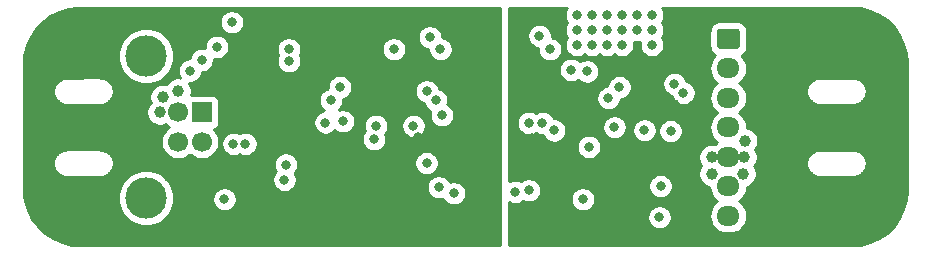
<source format=gbr>
G04 #@! TF.GenerationSoftware,KiCad,Pcbnew,(5.1.7)-1*
G04 #@! TF.CreationDate,2020-10-20T19:41:26+02:00*
G04 #@! TF.ProjectId,EQMOD_DIRECT_Isolated,45514d4f-445f-4444-9952-4543545f4973,rev?*
G04 #@! TF.SameCoordinates,Original*
G04 #@! TF.FileFunction,Copper,L3,Inr*
G04 #@! TF.FilePolarity,Positive*
%FSLAX46Y46*%
G04 Gerber Fmt 4.6, Leading zero omitted, Abs format (unit mm)*
G04 Created by KiCad (PCBNEW (5.1.7)-1) date 2020-10-20 19:41:26*
%MOMM*%
%LPD*%
G01*
G04 APERTURE LIST*
G04 #@! TA.AperFunction,ComponentPad*
%ADD10O,1.950000X1.700000*%
G04 #@! TD*
G04 #@! TA.AperFunction,ComponentPad*
%ADD11R,1.700000X1.700000*%
G04 #@! TD*
G04 #@! TA.AperFunction,ComponentPad*
%ADD12C,1.700000*%
G04 #@! TD*
G04 #@! TA.AperFunction,ComponentPad*
%ADD13C,3.500000*%
G04 #@! TD*
G04 #@! TA.AperFunction,ViaPad*
%ADD14C,0.800000*%
G04 #@! TD*
G04 #@! TA.AperFunction,ViaPad*
%ADD15C,1.000000*%
G04 #@! TD*
G04 #@! TA.AperFunction,Conductor*
%ADD16C,0.254000*%
G04 #@! TD*
G04 #@! TA.AperFunction,Conductor*
%ADD17C,0.100000*%
G04 #@! TD*
G04 APERTURE END LIST*
D10*
X144907000Y-107837000D03*
X144907000Y-105337000D03*
X144907000Y-102837000D03*
X144907000Y-100337000D03*
X144907000Y-97837000D03*
X144907000Y-95337000D03*
G04 #@! TA.AperFunction,ComponentPad*
G36*
G01*
X144182000Y-91987000D02*
X145632000Y-91987000D01*
G75*
G02*
X145882000Y-92237000I0J-250000D01*
G01*
X145882000Y-93437000D01*
G75*
G02*
X145632000Y-93687000I-250000J0D01*
G01*
X144182000Y-93687000D01*
G75*
G02*
X143932000Y-93437000I0J250000D01*
G01*
X143932000Y-92237000D01*
G75*
G02*
X144182000Y-91987000I250000J0D01*
G01*
G37*
G04 #@! TD.AperFunction*
D11*
X100330000Y-99060000D03*
D12*
X100330000Y-101560000D03*
X98330000Y-101560000D03*
X98330000Y-99060000D03*
D13*
X95620000Y-94290000D03*
X95620000Y-106330000D03*
D14*
X107442000Y-103486520D03*
X101594823Y-93522800D03*
X107315000Y-104775000D03*
X107696000Y-94742000D03*
X107696000Y-93726000D03*
X112268000Y-99822000D03*
X115062000Y-100203000D03*
X110786616Y-99937836D03*
X111252000Y-98044000D03*
X114909600Y-101346000D03*
X112014000Y-96926400D03*
X119634000Y-92710000D03*
X120523000Y-93726000D03*
X102870000Y-91440000D03*
X120650000Y-99314000D03*
X118237000Y-100203000D03*
X120396000Y-105410000D03*
X121666000Y-105918000D03*
X102235000Y-106426000D03*
X104013000Y-101727000D03*
X102997000Y-101727000D03*
D15*
X96774000Y-99060000D03*
X97028000Y-97790000D03*
X98330000Y-97250000D03*
D14*
X100318600Y-94626400D03*
X99341447Y-95531447D03*
X106680000Y-100838000D03*
X106533110Y-92300990D03*
X107724010Y-92300990D03*
X108994010Y-92300990D03*
X110264010Y-92300990D03*
X115500998Y-105480001D03*
X106121200Y-101955600D03*
X117476979Y-106043003D03*
X120650000Y-95504000D03*
X118205001Y-94011999D03*
X118110000Y-102705000D03*
X120523000Y-101219000D03*
X118606045Y-101132413D03*
X102235000Y-104775000D03*
D15*
X106181000Y-95495000D03*
X105511600Y-94197500D03*
D14*
X127889000Y-95504000D03*
X129921000Y-95504000D03*
X128270000Y-101219000D03*
X132610331Y-104797331D03*
X142113000Y-90932000D03*
X143129000Y-91948000D03*
D15*
X137644000Y-96417000D03*
X140298500Y-98461500D03*
D14*
X138279000Y-97433000D03*
X133167330Y-98475764D03*
X128905000Y-92583000D03*
X129794000Y-93726000D03*
X133097202Y-101982872D03*
X132945000Y-95591500D03*
X130161000Y-100598000D03*
X128016000Y-99949000D03*
X129159000Y-99949000D03*
X126873000Y-105791000D03*
X128016000Y-105664000D03*
X132588000Y-106426000D03*
X140017500Y-100647500D03*
X141097000Y-97409000D03*
X140335000Y-96647000D03*
D15*
X146271000Y-102837000D03*
X143510000Y-102870000D03*
X146304000Y-101473000D03*
X146177000Y-104267000D03*
X143510000Y-104267000D03*
D14*
X137795000Y-100584000D03*
X131595035Y-95480965D03*
X132080000Y-90805000D03*
X133350000Y-90805000D03*
X134620000Y-90805000D03*
X135890000Y-90805000D03*
X137160000Y-90805000D03*
X138430000Y-90805000D03*
X132080000Y-92075000D03*
X133350000Y-92075000D03*
X134620000Y-92075000D03*
X135890000Y-92075000D03*
X137160000Y-92075000D03*
X138430000Y-92075000D03*
X132080000Y-93345000D03*
X133350000Y-93345000D03*
X134620000Y-93345000D03*
X135890000Y-93345000D03*
X138430000Y-93345000D03*
X135676250Y-96924250D03*
X119356045Y-103357293D03*
X119380000Y-97282000D03*
X139065000Y-107950000D03*
X135255000Y-100330000D03*
X139168500Y-105306500D03*
X134747000Y-97860520D03*
X120142000Y-98044000D03*
X116586000Y-93726000D03*
D16*
X125603000Y-110338000D02*
X90070952Y-110338000D01*
X89234482Y-110267025D01*
X88449081Y-110063174D01*
X87709260Y-109729910D01*
X87036160Y-109276752D01*
X86449041Y-108716668D01*
X85964682Y-108065667D01*
X85596932Y-107342358D01*
X85356313Y-106567436D01*
X85293709Y-106095098D01*
X93235000Y-106095098D01*
X93235000Y-106564902D01*
X93326654Y-107025679D01*
X93506440Y-107459721D01*
X93767450Y-107850349D01*
X94099651Y-108182550D01*
X94490279Y-108443560D01*
X94924321Y-108623346D01*
X95385098Y-108715000D01*
X95854902Y-108715000D01*
X96315679Y-108623346D01*
X96749721Y-108443560D01*
X97140349Y-108182550D01*
X97472550Y-107850349D01*
X97733560Y-107459721D01*
X97913346Y-107025679D01*
X98005000Y-106564902D01*
X98005000Y-106324061D01*
X101200000Y-106324061D01*
X101200000Y-106527939D01*
X101239774Y-106727898D01*
X101317795Y-106916256D01*
X101431063Y-107085774D01*
X101575226Y-107229937D01*
X101744744Y-107343205D01*
X101933102Y-107421226D01*
X102133061Y-107461000D01*
X102336939Y-107461000D01*
X102536898Y-107421226D01*
X102725256Y-107343205D01*
X102894774Y-107229937D01*
X103038937Y-107085774D01*
X103152205Y-106916256D01*
X103230226Y-106727898D01*
X103270000Y-106527939D01*
X103270000Y-106324061D01*
X103230226Y-106124102D01*
X103152205Y-105935744D01*
X103038937Y-105766226D01*
X102894774Y-105622063D01*
X102725256Y-105508795D01*
X102536898Y-105430774D01*
X102336939Y-105391000D01*
X102133061Y-105391000D01*
X101933102Y-105430774D01*
X101744744Y-105508795D01*
X101575226Y-105622063D01*
X101431063Y-105766226D01*
X101317795Y-105935744D01*
X101239774Y-106124102D01*
X101200000Y-106324061D01*
X98005000Y-106324061D01*
X98005000Y-106095098D01*
X97913346Y-105634321D01*
X97733560Y-105200279D01*
X97472550Y-104809651D01*
X97335960Y-104673061D01*
X106280000Y-104673061D01*
X106280000Y-104876939D01*
X106319774Y-105076898D01*
X106397795Y-105265256D01*
X106511063Y-105434774D01*
X106655226Y-105578937D01*
X106824744Y-105692205D01*
X107013102Y-105770226D01*
X107213061Y-105810000D01*
X107416939Y-105810000D01*
X107616898Y-105770226D01*
X107805256Y-105692205D01*
X107974774Y-105578937D01*
X108118937Y-105434774D01*
X108203603Y-105308061D01*
X119361000Y-105308061D01*
X119361000Y-105511939D01*
X119400774Y-105711898D01*
X119478795Y-105900256D01*
X119592063Y-106069774D01*
X119736226Y-106213937D01*
X119905744Y-106327205D01*
X120094102Y-106405226D01*
X120294061Y-106445000D01*
X120497939Y-106445000D01*
X120697898Y-106405226D01*
X120740270Y-106387675D01*
X120748795Y-106408256D01*
X120862063Y-106577774D01*
X121006226Y-106721937D01*
X121175744Y-106835205D01*
X121364102Y-106913226D01*
X121564061Y-106953000D01*
X121767939Y-106953000D01*
X121967898Y-106913226D01*
X122156256Y-106835205D01*
X122325774Y-106721937D01*
X122469937Y-106577774D01*
X122583205Y-106408256D01*
X122661226Y-106219898D01*
X122701000Y-106019939D01*
X122701000Y-105816061D01*
X122661226Y-105616102D01*
X122583205Y-105427744D01*
X122469937Y-105258226D01*
X122325774Y-105114063D01*
X122156256Y-105000795D01*
X121967898Y-104922774D01*
X121767939Y-104883000D01*
X121564061Y-104883000D01*
X121364102Y-104922774D01*
X121321730Y-104940325D01*
X121313205Y-104919744D01*
X121199937Y-104750226D01*
X121055774Y-104606063D01*
X120886256Y-104492795D01*
X120697898Y-104414774D01*
X120497939Y-104375000D01*
X120294061Y-104375000D01*
X120094102Y-104414774D01*
X119905744Y-104492795D01*
X119736226Y-104606063D01*
X119592063Y-104750226D01*
X119478795Y-104919744D01*
X119400774Y-105108102D01*
X119361000Y-105308061D01*
X108203603Y-105308061D01*
X108232205Y-105265256D01*
X108310226Y-105076898D01*
X108350000Y-104876939D01*
X108350000Y-104673061D01*
X108310226Y-104473102D01*
X108232205Y-104284744D01*
X108182250Y-104209981D01*
X108245937Y-104146294D01*
X108359205Y-103976776D01*
X108437226Y-103788418D01*
X108477000Y-103588459D01*
X108477000Y-103384581D01*
X108451296Y-103255354D01*
X118321045Y-103255354D01*
X118321045Y-103459232D01*
X118360819Y-103659191D01*
X118438840Y-103847549D01*
X118552108Y-104017067D01*
X118696271Y-104161230D01*
X118865789Y-104274498D01*
X119054147Y-104352519D01*
X119254106Y-104392293D01*
X119457984Y-104392293D01*
X119657943Y-104352519D01*
X119846301Y-104274498D01*
X120015819Y-104161230D01*
X120159982Y-104017067D01*
X120273250Y-103847549D01*
X120351271Y-103659191D01*
X120391045Y-103459232D01*
X120391045Y-103255354D01*
X120351271Y-103055395D01*
X120273250Y-102867037D01*
X120159982Y-102697519D01*
X120015819Y-102553356D01*
X119846301Y-102440088D01*
X119657943Y-102362067D01*
X119457984Y-102322293D01*
X119254106Y-102322293D01*
X119054147Y-102362067D01*
X118865789Y-102440088D01*
X118696271Y-102553356D01*
X118552108Y-102697519D01*
X118438840Y-102867037D01*
X118360819Y-103055395D01*
X118321045Y-103255354D01*
X108451296Y-103255354D01*
X108437226Y-103184622D01*
X108359205Y-102996264D01*
X108245937Y-102826746D01*
X108101774Y-102682583D01*
X107932256Y-102569315D01*
X107743898Y-102491294D01*
X107543939Y-102451520D01*
X107340061Y-102451520D01*
X107140102Y-102491294D01*
X106951744Y-102569315D01*
X106782226Y-102682583D01*
X106638063Y-102826746D01*
X106524795Y-102996264D01*
X106446774Y-103184622D01*
X106407000Y-103384581D01*
X106407000Y-103588459D01*
X106446774Y-103788418D01*
X106524795Y-103976776D01*
X106574750Y-104051539D01*
X106511063Y-104115226D01*
X106397795Y-104284744D01*
X106319774Y-104473102D01*
X106280000Y-104673061D01*
X97335960Y-104673061D01*
X97140349Y-104477450D01*
X96749721Y-104216440D01*
X96315679Y-104036654D01*
X95854902Y-103945000D01*
X95385098Y-103945000D01*
X94924321Y-104036654D01*
X94490279Y-104216440D01*
X94099651Y-104477450D01*
X93767450Y-104809651D01*
X93506440Y-105200279D01*
X93326654Y-105634321D01*
X93235000Y-106095098D01*
X85293709Y-106095098D01*
X85247037Y-105742967D01*
X85242000Y-105529218D01*
X85242000Y-103321726D01*
X87734728Y-103321726D01*
X87735146Y-103381547D01*
X87734728Y-103441367D01*
X87735628Y-103450538D01*
X87745992Y-103549140D01*
X87758016Y-103607714D01*
X87769229Y-103666496D01*
X87771893Y-103675317D01*
X87801211Y-103770028D01*
X87824370Y-103825119D01*
X87846798Y-103880632D01*
X87851125Y-103888768D01*
X87898280Y-103975980D01*
X87931730Y-104025571D01*
X87964486Y-104075629D01*
X87970310Y-104082770D01*
X88033507Y-104159162D01*
X88075942Y-104201301D01*
X88117805Y-104244051D01*
X88124906Y-104249925D01*
X88201737Y-104312587D01*
X88251548Y-104345681D01*
X88300921Y-104379488D01*
X88309027Y-104383870D01*
X88396566Y-104430415D01*
X88451841Y-104453197D01*
X88506851Y-104476775D01*
X88515655Y-104479500D01*
X88610568Y-104508156D01*
X88669241Y-104519773D01*
X88727758Y-104532212D01*
X88736923Y-104533175D01*
X88835594Y-104542850D01*
X88835598Y-104542850D01*
X88867581Y-104546000D01*
X91726419Y-104546000D01*
X91765579Y-104542143D01*
X91785248Y-104541911D01*
X91794401Y-104540839D01*
X91892797Y-104528624D01*
X91951120Y-104515505D01*
X92009702Y-104503185D01*
X92018472Y-104500356D01*
X92112621Y-104469261D01*
X92167311Y-104445051D01*
X92222347Y-104421604D01*
X92230400Y-104417125D01*
X92316717Y-104368336D01*
X92365648Y-104333976D01*
X92415107Y-104300268D01*
X92422137Y-104294310D01*
X92497333Y-104229684D01*
X92538676Y-104186456D01*
X92580619Y-104143811D01*
X92586358Y-104136601D01*
X92647570Y-104058601D01*
X92679724Y-104008176D01*
X92712599Y-103958172D01*
X92716829Y-103949985D01*
X92761723Y-103861580D01*
X92783468Y-103805873D01*
X92806002Y-103750444D01*
X92808561Y-103741591D01*
X92835430Y-103646150D01*
X92845945Y-103587254D01*
X92857279Y-103528531D01*
X92858070Y-103519350D01*
X92865890Y-103420508D01*
X92864766Y-103360718D01*
X92864478Y-103300878D01*
X92863470Y-103291718D01*
X92851942Y-103193239D01*
X92839223Y-103134791D01*
X92827319Y-103076161D01*
X92824551Y-103067371D01*
X92794115Y-102973007D01*
X92770288Y-102918149D01*
X92747225Y-102862951D01*
X92742802Y-102854866D01*
X92694617Y-102768211D01*
X92660586Y-102719021D01*
X92627241Y-102669353D01*
X92621336Y-102662287D01*
X92621332Y-102662281D01*
X92621327Y-102662276D01*
X92557234Y-102586636D01*
X92514279Y-102544976D01*
X92471932Y-102502742D01*
X92464762Y-102496952D01*
X92387190Y-102435198D01*
X92336959Y-102402674D01*
X92287232Y-102369480D01*
X92279074Y-102365193D01*
X92279070Y-102365191D01*
X92279067Y-102365189D01*
X92279064Y-102365188D01*
X92190986Y-102319681D01*
X92135418Y-102297541D01*
X92080158Y-102274625D01*
X92071327Y-102272006D01*
X92071321Y-102272004D01*
X91976072Y-102244470D01*
X91917315Y-102233555D01*
X91858601Y-102221798D01*
X91849426Y-102220944D01*
X91754644Y-102212780D01*
X91726419Y-102210000D01*
X88867581Y-102210000D01*
X88835100Y-102213199D01*
X88828505Y-102213199D01*
X88819341Y-102214163D01*
X88776325Y-102218988D01*
X88770617Y-102219550D01*
X88770209Y-102219674D01*
X88720815Y-102225214D01*
X88662321Y-102237647D01*
X88603621Y-102249270D01*
X88594818Y-102251995D01*
X88500315Y-102281973D01*
X88445368Y-102305524D01*
X88390027Y-102328333D01*
X88381921Y-102332716D01*
X88295041Y-102380479D01*
X88245679Y-102414278D01*
X88195857Y-102447379D01*
X88188757Y-102453253D01*
X88112807Y-102516982D01*
X88070944Y-102559732D01*
X88028508Y-102601872D01*
X88022684Y-102609014D01*
X87960560Y-102686281D01*
X87927812Y-102736326D01*
X87894355Y-102785927D01*
X87890029Y-102794064D01*
X87844096Y-102881925D01*
X87821697Y-102937365D01*
X87798508Y-102992529D01*
X87795845Y-103001351D01*
X87767852Y-103096461D01*
X87756652Y-103155172D01*
X87744613Y-103213819D01*
X87743714Y-103222990D01*
X87734728Y-103321726D01*
X85242000Y-103321726D01*
X85242000Y-98948212D01*
X95639000Y-98948212D01*
X95639000Y-99171788D01*
X95682617Y-99391067D01*
X95768176Y-99597624D01*
X95892388Y-99783520D01*
X96050480Y-99941612D01*
X96236376Y-100065824D01*
X96442933Y-100151383D01*
X96662212Y-100195000D01*
X96885788Y-100195000D01*
X97105067Y-100151383D01*
X97257950Y-100088057D01*
X97383368Y-100213475D01*
X97527828Y-100310000D01*
X97383368Y-100406525D01*
X97176525Y-100613368D01*
X97014010Y-100856589D01*
X96902068Y-101126842D01*
X96845000Y-101413740D01*
X96845000Y-101706260D01*
X96902068Y-101993158D01*
X97014010Y-102263411D01*
X97176525Y-102506632D01*
X97383368Y-102713475D01*
X97626589Y-102875990D01*
X97896842Y-102987932D01*
X98183740Y-103045000D01*
X98476260Y-103045000D01*
X98763158Y-102987932D01*
X99033411Y-102875990D01*
X99276632Y-102713475D01*
X99330000Y-102660107D01*
X99383368Y-102713475D01*
X99626589Y-102875990D01*
X99896842Y-102987932D01*
X100183740Y-103045000D01*
X100476260Y-103045000D01*
X100763158Y-102987932D01*
X101033411Y-102875990D01*
X101276632Y-102713475D01*
X101483475Y-102506632D01*
X101645990Y-102263411D01*
X101757932Y-101993158D01*
X101815000Y-101706260D01*
X101815000Y-101625061D01*
X101962000Y-101625061D01*
X101962000Y-101828939D01*
X102001774Y-102028898D01*
X102079795Y-102217256D01*
X102193063Y-102386774D01*
X102337226Y-102530937D01*
X102506744Y-102644205D01*
X102695102Y-102722226D01*
X102895061Y-102762000D01*
X103098939Y-102762000D01*
X103298898Y-102722226D01*
X103487256Y-102644205D01*
X103505000Y-102632349D01*
X103522744Y-102644205D01*
X103711102Y-102722226D01*
X103911061Y-102762000D01*
X104114939Y-102762000D01*
X104314898Y-102722226D01*
X104503256Y-102644205D01*
X104672774Y-102530937D01*
X104816937Y-102386774D01*
X104930205Y-102217256D01*
X105008226Y-102028898D01*
X105048000Y-101828939D01*
X105048000Y-101625061D01*
X105008226Y-101425102D01*
X104933236Y-101244061D01*
X113874600Y-101244061D01*
X113874600Y-101447939D01*
X113914374Y-101647898D01*
X113992395Y-101836256D01*
X114105663Y-102005774D01*
X114249826Y-102149937D01*
X114419344Y-102263205D01*
X114607702Y-102341226D01*
X114807661Y-102381000D01*
X115011539Y-102381000D01*
X115211498Y-102341226D01*
X115399856Y-102263205D01*
X115569374Y-102149937D01*
X115713537Y-102005774D01*
X115826805Y-101836256D01*
X115904826Y-101647898D01*
X115944600Y-101447939D01*
X115944600Y-101244061D01*
X115904826Y-101044102D01*
X115840326Y-100888385D01*
X115865937Y-100862774D01*
X115979205Y-100693256D01*
X116057226Y-100504898D01*
X116097000Y-100304939D01*
X116097000Y-100101061D01*
X117202000Y-100101061D01*
X117202000Y-100304939D01*
X117241774Y-100504898D01*
X117319795Y-100693256D01*
X117433063Y-100862774D01*
X117577226Y-101006937D01*
X117746744Y-101120205D01*
X117935102Y-101198226D01*
X118135061Y-101238000D01*
X118338939Y-101238000D01*
X118538898Y-101198226D01*
X118727256Y-101120205D01*
X118896774Y-101006937D01*
X119040937Y-100862774D01*
X119154205Y-100693256D01*
X119232226Y-100504898D01*
X119272000Y-100304939D01*
X119272000Y-100101061D01*
X119232226Y-99901102D01*
X119154205Y-99712744D01*
X119040937Y-99543226D01*
X118896774Y-99399063D01*
X118727256Y-99285795D01*
X118538898Y-99207774D01*
X118338939Y-99168000D01*
X118135061Y-99168000D01*
X117935102Y-99207774D01*
X117746744Y-99285795D01*
X117577226Y-99399063D01*
X117433063Y-99543226D01*
X117319795Y-99712744D01*
X117241774Y-99901102D01*
X117202000Y-100101061D01*
X116097000Y-100101061D01*
X116057226Y-99901102D01*
X115979205Y-99712744D01*
X115865937Y-99543226D01*
X115721774Y-99399063D01*
X115552256Y-99285795D01*
X115363898Y-99207774D01*
X115163939Y-99168000D01*
X114960061Y-99168000D01*
X114760102Y-99207774D01*
X114571744Y-99285795D01*
X114402226Y-99399063D01*
X114258063Y-99543226D01*
X114144795Y-99712744D01*
X114066774Y-99901102D01*
X114027000Y-100101061D01*
X114027000Y-100304939D01*
X114066774Y-100504898D01*
X114131274Y-100660615D01*
X114105663Y-100686226D01*
X113992395Y-100855744D01*
X113914374Y-101044102D01*
X113874600Y-101244061D01*
X104933236Y-101244061D01*
X104930205Y-101236744D01*
X104816937Y-101067226D01*
X104672774Y-100923063D01*
X104503256Y-100809795D01*
X104314898Y-100731774D01*
X104114939Y-100692000D01*
X103911061Y-100692000D01*
X103711102Y-100731774D01*
X103522744Y-100809795D01*
X103505000Y-100821651D01*
X103487256Y-100809795D01*
X103298898Y-100731774D01*
X103098939Y-100692000D01*
X102895061Y-100692000D01*
X102695102Y-100731774D01*
X102506744Y-100809795D01*
X102337226Y-100923063D01*
X102193063Y-101067226D01*
X102079795Y-101236744D01*
X102001774Y-101425102D01*
X101962000Y-101625061D01*
X101815000Y-101625061D01*
X101815000Y-101413740D01*
X101757932Y-101126842D01*
X101645990Y-100856589D01*
X101483475Y-100613368D01*
X101382310Y-100512203D01*
X101424180Y-100499502D01*
X101534494Y-100440537D01*
X101631185Y-100361185D01*
X101710537Y-100264494D01*
X101769502Y-100154180D01*
X101805812Y-100034482D01*
X101818072Y-99910000D01*
X101818072Y-99835897D01*
X109751616Y-99835897D01*
X109751616Y-100039775D01*
X109791390Y-100239734D01*
X109869411Y-100428092D01*
X109982679Y-100597610D01*
X110126842Y-100741773D01*
X110296360Y-100855041D01*
X110484718Y-100933062D01*
X110684677Y-100972836D01*
X110888555Y-100972836D01*
X111088514Y-100933062D01*
X111276872Y-100855041D01*
X111446390Y-100741773D01*
X111585226Y-100602937D01*
X111608226Y-100625937D01*
X111777744Y-100739205D01*
X111966102Y-100817226D01*
X112166061Y-100857000D01*
X112369939Y-100857000D01*
X112569898Y-100817226D01*
X112758256Y-100739205D01*
X112927774Y-100625937D01*
X113071937Y-100481774D01*
X113185205Y-100312256D01*
X113263226Y-100123898D01*
X113303000Y-99923939D01*
X113303000Y-99720061D01*
X113263226Y-99520102D01*
X113185205Y-99331744D01*
X113071937Y-99162226D01*
X112927774Y-99018063D01*
X112758256Y-98904795D01*
X112569898Y-98826774D01*
X112369939Y-98787000D01*
X112166061Y-98787000D01*
X111966102Y-98826774D01*
X111906495Y-98851464D01*
X111911774Y-98847937D01*
X112055937Y-98703774D01*
X112169205Y-98534256D01*
X112247226Y-98345898D01*
X112287000Y-98145939D01*
X112287000Y-97942061D01*
X112284190Y-97927933D01*
X112315898Y-97921626D01*
X112504256Y-97843605D01*
X112673774Y-97730337D01*
X112817937Y-97586174D01*
X112931205Y-97416656D01*
X113009226Y-97228298D01*
X113018820Y-97180061D01*
X118345000Y-97180061D01*
X118345000Y-97383939D01*
X118384774Y-97583898D01*
X118462795Y-97772256D01*
X118576063Y-97941774D01*
X118720226Y-98085937D01*
X118889744Y-98199205D01*
X119078102Y-98277226D01*
X119135381Y-98288619D01*
X119146774Y-98345898D01*
X119224795Y-98534256D01*
X119338063Y-98703774D01*
X119482226Y-98847937D01*
X119651744Y-98961205D01*
X119672325Y-98969730D01*
X119654774Y-99012102D01*
X119615000Y-99212061D01*
X119615000Y-99415939D01*
X119654774Y-99615898D01*
X119732795Y-99804256D01*
X119846063Y-99973774D01*
X119990226Y-100117937D01*
X120159744Y-100231205D01*
X120348102Y-100309226D01*
X120548061Y-100349000D01*
X120751939Y-100349000D01*
X120951898Y-100309226D01*
X121140256Y-100231205D01*
X121309774Y-100117937D01*
X121453937Y-99973774D01*
X121567205Y-99804256D01*
X121645226Y-99615898D01*
X121685000Y-99415939D01*
X121685000Y-99212061D01*
X121645226Y-99012102D01*
X121567205Y-98823744D01*
X121453937Y-98654226D01*
X121309774Y-98510063D01*
X121140256Y-98396795D01*
X121119675Y-98388270D01*
X121137226Y-98345898D01*
X121177000Y-98145939D01*
X121177000Y-97942061D01*
X121137226Y-97742102D01*
X121059205Y-97553744D01*
X120945937Y-97384226D01*
X120801774Y-97240063D01*
X120632256Y-97126795D01*
X120443898Y-97048774D01*
X120386619Y-97037381D01*
X120375226Y-96980102D01*
X120297205Y-96791744D01*
X120183937Y-96622226D01*
X120039774Y-96478063D01*
X119870256Y-96364795D01*
X119681898Y-96286774D01*
X119481939Y-96247000D01*
X119278061Y-96247000D01*
X119078102Y-96286774D01*
X118889744Y-96364795D01*
X118720226Y-96478063D01*
X118576063Y-96622226D01*
X118462795Y-96791744D01*
X118384774Y-96980102D01*
X118345000Y-97180061D01*
X113018820Y-97180061D01*
X113049000Y-97028339D01*
X113049000Y-96824461D01*
X113009226Y-96624502D01*
X112931205Y-96436144D01*
X112817937Y-96266626D01*
X112673774Y-96122463D01*
X112504256Y-96009195D01*
X112315898Y-95931174D01*
X112115939Y-95891400D01*
X111912061Y-95891400D01*
X111712102Y-95931174D01*
X111523744Y-96009195D01*
X111354226Y-96122463D01*
X111210063Y-96266626D01*
X111096795Y-96436144D01*
X111018774Y-96624502D01*
X110979000Y-96824461D01*
X110979000Y-97028339D01*
X110981810Y-97042467D01*
X110950102Y-97048774D01*
X110761744Y-97126795D01*
X110592226Y-97240063D01*
X110448063Y-97384226D01*
X110334795Y-97553744D01*
X110256774Y-97742102D01*
X110217000Y-97942061D01*
X110217000Y-98145939D01*
X110256774Y-98345898D01*
X110334795Y-98534256D01*
X110448063Y-98703774D01*
X110592226Y-98847937D01*
X110676749Y-98904413D01*
X110484718Y-98942610D01*
X110296360Y-99020631D01*
X110126842Y-99133899D01*
X109982679Y-99278062D01*
X109869411Y-99447580D01*
X109791390Y-99635938D01*
X109751616Y-99835897D01*
X101818072Y-99835897D01*
X101818072Y-98210000D01*
X101805812Y-98085518D01*
X101769502Y-97965820D01*
X101710537Y-97855506D01*
X101631185Y-97758815D01*
X101534494Y-97679463D01*
X101424180Y-97620498D01*
X101304482Y-97584188D01*
X101180000Y-97571928D01*
X99480000Y-97571928D01*
X99422066Y-97577634D01*
X99465000Y-97361788D01*
X99465000Y-97138212D01*
X99421383Y-96918933D01*
X99335824Y-96712376D01*
X99238135Y-96566174D01*
X99239508Y-96566447D01*
X99443386Y-96566447D01*
X99643345Y-96526673D01*
X99831703Y-96448652D01*
X100001221Y-96335384D01*
X100145384Y-96191221D01*
X100258652Y-96021703D01*
X100336673Y-95833345D01*
X100370875Y-95661400D01*
X100420539Y-95661400D01*
X100620498Y-95621626D01*
X100808856Y-95543605D01*
X100978374Y-95430337D01*
X101122537Y-95286174D01*
X101235805Y-95116656D01*
X101313826Y-94928298D01*
X101353600Y-94728339D01*
X101353600Y-94530095D01*
X101492884Y-94557800D01*
X101696762Y-94557800D01*
X101896721Y-94518026D01*
X102085079Y-94440005D01*
X102254597Y-94326737D01*
X102398760Y-94182574D01*
X102512028Y-94013056D01*
X102590049Y-93824698D01*
X102629823Y-93624739D01*
X102629823Y-93624061D01*
X106661000Y-93624061D01*
X106661000Y-93827939D01*
X106700774Y-94027898D01*
X106778795Y-94216256D01*
X106790651Y-94234000D01*
X106778795Y-94251744D01*
X106700774Y-94440102D01*
X106661000Y-94640061D01*
X106661000Y-94843939D01*
X106700774Y-95043898D01*
X106778795Y-95232256D01*
X106892063Y-95401774D01*
X107036226Y-95545937D01*
X107205744Y-95659205D01*
X107394102Y-95737226D01*
X107594061Y-95777000D01*
X107797939Y-95777000D01*
X107997898Y-95737226D01*
X108186256Y-95659205D01*
X108355774Y-95545937D01*
X108499937Y-95401774D01*
X108613205Y-95232256D01*
X108691226Y-95043898D01*
X108731000Y-94843939D01*
X108731000Y-94640061D01*
X108691226Y-94440102D01*
X108613205Y-94251744D01*
X108601349Y-94234000D01*
X108613205Y-94216256D01*
X108691226Y-94027898D01*
X108731000Y-93827939D01*
X108731000Y-93624061D01*
X115551000Y-93624061D01*
X115551000Y-93827939D01*
X115590774Y-94027898D01*
X115668795Y-94216256D01*
X115782063Y-94385774D01*
X115926226Y-94529937D01*
X116095744Y-94643205D01*
X116284102Y-94721226D01*
X116484061Y-94761000D01*
X116687939Y-94761000D01*
X116887898Y-94721226D01*
X117076256Y-94643205D01*
X117245774Y-94529937D01*
X117389937Y-94385774D01*
X117503205Y-94216256D01*
X117581226Y-94027898D01*
X117621000Y-93827939D01*
X117621000Y-93624061D01*
X117581226Y-93424102D01*
X117503205Y-93235744D01*
X117389937Y-93066226D01*
X117245774Y-92922063D01*
X117076256Y-92808795D01*
X116887898Y-92730774D01*
X116687939Y-92691000D01*
X116484061Y-92691000D01*
X116284102Y-92730774D01*
X116095744Y-92808795D01*
X115926226Y-92922063D01*
X115782063Y-93066226D01*
X115668795Y-93235744D01*
X115590774Y-93424102D01*
X115551000Y-93624061D01*
X108731000Y-93624061D01*
X108691226Y-93424102D01*
X108613205Y-93235744D01*
X108499937Y-93066226D01*
X108355774Y-92922063D01*
X108186256Y-92808795D01*
X107997898Y-92730774D01*
X107797939Y-92691000D01*
X107594061Y-92691000D01*
X107394102Y-92730774D01*
X107205744Y-92808795D01*
X107036226Y-92922063D01*
X106892063Y-93066226D01*
X106778795Y-93235744D01*
X106700774Y-93424102D01*
X106661000Y-93624061D01*
X102629823Y-93624061D01*
X102629823Y-93420861D01*
X102590049Y-93220902D01*
X102512028Y-93032544D01*
X102398760Y-92863026D01*
X102254597Y-92718863D01*
X102088770Y-92608061D01*
X118599000Y-92608061D01*
X118599000Y-92811939D01*
X118638774Y-93011898D01*
X118716795Y-93200256D01*
X118830063Y-93369774D01*
X118974226Y-93513937D01*
X119143744Y-93627205D01*
X119332102Y-93705226D01*
X119488000Y-93736236D01*
X119488000Y-93827939D01*
X119527774Y-94027898D01*
X119605795Y-94216256D01*
X119719063Y-94385774D01*
X119863226Y-94529937D01*
X120032744Y-94643205D01*
X120221102Y-94721226D01*
X120421061Y-94761000D01*
X120624939Y-94761000D01*
X120824898Y-94721226D01*
X121013256Y-94643205D01*
X121182774Y-94529937D01*
X121326937Y-94385774D01*
X121440205Y-94216256D01*
X121518226Y-94027898D01*
X121558000Y-93827939D01*
X121558000Y-93624061D01*
X121518226Y-93424102D01*
X121440205Y-93235744D01*
X121326937Y-93066226D01*
X121182774Y-92922063D01*
X121013256Y-92808795D01*
X120824898Y-92730774D01*
X120669000Y-92699764D01*
X120669000Y-92608061D01*
X120629226Y-92408102D01*
X120551205Y-92219744D01*
X120437937Y-92050226D01*
X120293774Y-91906063D01*
X120124256Y-91792795D01*
X119935898Y-91714774D01*
X119735939Y-91675000D01*
X119532061Y-91675000D01*
X119332102Y-91714774D01*
X119143744Y-91792795D01*
X118974226Y-91906063D01*
X118830063Y-92050226D01*
X118716795Y-92219744D01*
X118638774Y-92408102D01*
X118599000Y-92608061D01*
X102088770Y-92608061D01*
X102085079Y-92605595D01*
X101896721Y-92527574D01*
X101696762Y-92487800D01*
X101492884Y-92487800D01*
X101292925Y-92527574D01*
X101104567Y-92605595D01*
X100935049Y-92718863D01*
X100790886Y-92863026D01*
X100677618Y-93032544D01*
X100599597Y-93220902D01*
X100559823Y-93420861D01*
X100559823Y-93619105D01*
X100420539Y-93591400D01*
X100216661Y-93591400D01*
X100016702Y-93631174D01*
X99828344Y-93709195D01*
X99658826Y-93822463D01*
X99514663Y-93966626D01*
X99401395Y-94136144D01*
X99323374Y-94324502D01*
X99289172Y-94496447D01*
X99239508Y-94496447D01*
X99039549Y-94536221D01*
X98851191Y-94614242D01*
X98681673Y-94727510D01*
X98537510Y-94871673D01*
X98424242Y-95041191D01*
X98346221Y-95229549D01*
X98306447Y-95429508D01*
X98306447Y-95633386D01*
X98346221Y-95833345D01*
X98424242Y-96021703D01*
X98493447Y-96125275D01*
X98441788Y-96115000D01*
X98218212Y-96115000D01*
X97998933Y-96158617D01*
X97792376Y-96244176D01*
X97606480Y-96368388D01*
X97448388Y-96526480D01*
X97336384Y-96694105D01*
X97139788Y-96655000D01*
X96916212Y-96655000D01*
X96696933Y-96698617D01*
X96490376Y-96784176D01*
X96304480Y-96908388D01*
X96146388Y-97066480D01*
X96022176Y-97252376D01*
X95936617Y-97458933D01*
X95893000Y-97678212D01*
X95893000Y-97901788D01*
X95936617Y-98121067D01*
X95986756Y-98242112D01*
X95892388Y-98336480D01*
X95768176Y-98522376D01*
X95682617Y-98728933D01*
X95639000Y-98948212D01*
X85242000Y-98948212D01*
X85242000Y-97225675D01*
X87742728Y-97225675D01*
X87743146Y-97285492D01*
X87742728Y-97345308D01*
X87743627Y-97354479D01*
X87753827Y-97451527D01*
X87765861Y-97510152D01*
X87777064Y-97568884D01*
X87779728Y-97577706D01*
X87808584Y-97670925D01*
X87831767Y-97726075D01*
X87854175Y-97781537D01*
X87858502Y-97789673D01*
X87904914Y-97875511D01*
X87938362Y-97925098D01*
X87971119Y-97975156D01*
X87976943Y-97982297D01*
X88039145Y-98057486D01*
X88081594Y-98099639D01*
X88123439Y-98142371D01*
X88130540Y-98148245D01*
X88206160Y-98209921D01*
X88256025Y-98243052D01*
X88305350Y-98276825D01*
X88313445Y-98281202D01*
X88313448Y-98281204D01*
X88313451Y-98281205D01*
X88313456Y-98281208D01*
X88399617Y-98327020D01*
X88454909Y-98349809D01*
X88509898Y-98373378D01*
X88518701Y-98376103D01*
X88612119Y-98404308D01*
X88670826Y-98415933D01*
X88729316Y-98428365D01*
X88738470Y-98429327D01*
X88738476Y-98429328D01*
X88738481Y-98429328D01*
X88834737Y-98438766D01*
X88865692Y-98441904D01*
X91724528Y-98450090D01*
X91758930Y-98446801D01*
X91765495Y-98446801D01*
X91774659Y-98445837D01*
X91807269Y-98442179D01*
X91821519Y-98440817D01*
X91822773Y-98440440D01*
X91873186Y-98434786D01*
X91931687Y-98422351D01*
X91990379Y-98410730D01*
X91999182Y-98408005D01*
X92093686Y-98378027D01*
X92148671Y-98354460D01*
X92203972Y-98331667D01*
X92212078Y-98327284D01*
X92298959Y-98279521D01*
X92348306Y-98245733D01*
X92398143Y-98212621D01*
X92405244Y-98206747D01*
X92481193Y-98143017D01*
X92523037Y-98100287D01*
X92565492Y-98058128D01*
X92571316Y-98050986D01*
X92633440Y-97973720D01*
X92666200Y-97923657D01*
X92699645Y-97874073D01*
X92703971Y-97865937D01*
X92749904Y-97778075D01*
X92772303Y-97722635D01*
X92795492Y-97667471D01*
X92798155Y-97658649D01*
X92826148Y-97563539D01*
X92837348Y-97504828D01*
X92849387Y-97446181D01*
X92850286Y-97437010D01*
X92859272Y-97338274D01*
X92858854Y-97278453D01*
X92859272Y-97218633D01*
X92858372Y-97209462D01*
X92848008Y-97110860D01*
X92835984Y-97052286D01*
X92824771Y-96993504D01*
X92822107Y-96984683D01*
X92792789Y-96889973D01*
X92769636Y-96834895D01*
X92747202Y-96779368D01*
X92742875Y-96771232D01*
X92695720Y-96684020D01*
X92662270Y-96634429D01*
X92629514Y-96584371D01*
X92623689Y-96577230D01*
X92560493Y-96500838D01*
X92518058Y-96458699D01*
X92476195Y-96415949D01*
X92469094Y-96410075D01*
X92392263Y-96347413D01*
X92342467Y-96314329D01*
X92293079Y-96280512D01*
X92284973Y-96276130D01*
X92197434Y-96229585D01*
X92142159Y-96206803D01*
X92087149Y-96183225D01*
X92078346Y-96180500D01*
X91983432Y-96151844D01*
X91924752Y-96140225D01*
X91866242Y-96127788D01*
X91857077Y-96126825D01*
X91822288Y-96123414D01*
X91821519Y-96123183D01*
X91724528Y-96113910D01*
X88865692Y-96122096D01*
X88835095Y-96125198D01*
X88828617Y-96125198D01*
X88819453Y-96126162D01*
X88722478Y-96137039D01*
X88663984Y-96149472D01*
X88605284Y-96161095D01*
X88596481Y-96163820D01*
X88503465Y-96193326D01*
X88448505Y-96216882D01*
X88393178Y-96239686D01*
X88385072Y-96244069D01*
X88299559Y-96291080D01*
X88250208Y-96324872D01*
X88200374Y-96357982D01*
X88193274Y-96363856D01*
X88118522Y-96426581D01*
X88076695Y-96469294D01*
X88034226Y-96511467D01*
X88028402Y-96518609D01*
X87967256Y-96594659D01*
X87934535Y-96644661D01*
X87901049Y-96694306D01*
X87896723Y-96702443D01*
X87851513Y-96788922D01*
X87829104Y-96844388D01*
X87805925Y-96899527D01*
X87803262Y-96908349D01*
X87775710Y-97001961D01*
X87764508Y-97060682D01*
X87752471Y-97119322D01*
X87751572Y-97128493D01*
X87742728Y-97225675D01*
X85242000Y-97225675D01*
X85242000Y-95023952D01*
X85312975Y-94187482D01*
X85347335Y-94055098D01*
X93235000Y-94055098D01*
X93235000Y-94524902D01*
X93326654Y-94985679D01*
X93506440Y-95419721D01*
X93767450Y-95810349D01*
X94099651Y-96142550D01*
X94490279Y-96403560D01*
X94924321Y-96583346D01*
X95385098Y-96675000D01*
X95854902Y-96675000D01*
X96315679Y-96583346D01*
X96749721Y-96403560D01*
X97140349Y-96142550D01*
X97472550Y-95810349D01*
X97733560Y-95419721D01*
X97913346Y-94985679D01*
X98005000Y-94524902D01*
X98005000Y-94055098D01*
X97913346Y-93594321D01*
X97733560Y-93160279D01*
X97472550Y-92769651D01*
X97140349Y-92437450D01*
X96749721Y-92176440D01*
X96315679Y-91996654D01*
X95854902Y-91905000D01*
X95385098Y-91905000D01*
X94924321Y-91996654D01*
X94490279Y-92176440D01*
X94099651Y-92437450D01*
X93767450Y-92769651D01*
X93506440Y-93160279D01*
X93326654Y-93594321D01*
X93235000Y-94055098D01*
X85347335Y-94055098D01*
X85516825Y-93402082D01*
X85850092Y-92662258D01*
X86303248Y-91989160D01*
X86863332Y-91402041D01*
X86949324Y-91338061D01*
X101835000Y-91338061D01*
X101835000Y-91541939D01*
X101874774Y-91741898D01*
X101952795Y-91930256D01*
X102066063Y-92099774D01*
X102210226Y-92243937D01*
X102379744Y-92357205D01*
X102568102Y-92435226D01*
X102768061Y-92475000D01*
X102971939Y-92475000D01*
X103171898Y-92435226D01*
X103360256Y-92357205D01*
X103529774Y-92243937D01*
X103673937Y-92099774D01*
X103787205Y-91930256D01*
X103865226Y-91741898D01*
X103905000Y-91541939D01*
X103905000Y-91338061D01*
X103865226Y-91138102D01*
X103787205Y-90949744D01*
X103673937Y-90780226D01*
X103529774Y-90636063D01*
X103360256Y-90522795D01*
X103171898Y-90444774D01*
X102971939Y-90405000D01*
X102768061Y-90405000D01*
X102568102Y-90444774D01*
X102379744Y-90522795D01*
X102210226Y-90636063D01*
X102066063Y-90780226D01*
X101952795Y-90949744D01*
X101874774Y-91138102D01*
X101835000Y-91338061D01*
X86949324Y-91338061D01*
X87514335Y-90917681D01*
X88237642Y-90549932D01*
X89012563Y-90309313D01*
X89837033Y-90200037D01*
X90050782Y-90195000D01*
X125603000Y-90195000D01*
X125603000Y-110338000D01*
G04 #@! TA.AperFunction,Conductor*
D17*
G36*
X125603000Y-110338000D02*
G01*
X90070952Y-110338000D01*
X89234482Y-110267025D01*
X88449081Y-110063174D01*
X87709260Y-109729910D01*
X87036160Y-109276752D01*
X86449041Y-108716668D01*
X85964682Y-108065667D01*
X85596932Y-107342358D01*
X85356313Y-106567436D01*
X85293709Y-106095098D01*
X93235000Y-106095098D01*
X93235000Y-106564902D01*
X93326654Y-107025679D01*
X93506440Y-107459721D01*
X93767450Y-107850349D01*
X94099651Y-108182550D01*
X94490279Y-108443560D01*
X94924321Y-108623346D01*
X95385098Y-108715000D01*
X95854902Y-108715000D01*
X96315679Y-108623346D01*
X96749721Y-108443560D01*
X97140349Y-108182550D01*
X97472550Y-107850349D01*
X97733560Y-107459721D01*
X97913346Y-107025679D01*
X98005000Y-106564902D01*
X98005000Y-106324061D01*
X101200000Y-106324061D01*
X101200000Y-106527939D01*
X101239774Y-106727898D01*
X101317795Y-106916256D01*
X101431063Y-107085774D01*
X101575226Y-107229937D01*
X101744744Y-107343205D01*
X101933102Y-107421226D01*
X102133061Y-107461000D01*
X102336939Y-107461000D01*
X102536898Y-107421226D01*
X102725256Y-107343205D01*
X102894774Y-107229937D01*
X103038937Y-107085774D01*
X103152205Y-106916256D01*
X103230226Y-106727898D01*
X103270000Y-106527939D01*
X103270000Y-106324061D01*
X103230226Y-106124102D01*
X103152205Y-105935744D01*
X103038937Y-105766226D01*
X102894774Y-105622063D01*
X102725256Y-105508795D01*
X102536898Y-105430774D01*
X102336939Y-105391000D01*
X102133061Y-105391000D01*
X101933102Y-105430774D01*
X101744744Y-105508795D01*
X101575226Y-105622063D01*
X101431063Y-105766226D01*
X101317795Y-105935744D01*
X101239774Y-106124102D01*
X101200000Y-106324061D01*
X98005000Y-106324061D01*
X98005000Y-106095098D01*
X97913346Y-105634321D01*
X97733560Y-105200279D01*
X97472550Y-104809651D01*
X97335960Y-104673061D01*
X106280000Y-104673061D01*
X106280000Y-104876939D01*
X106319774Y-105076898D01*
X106397795Y-105265256D01*
X106511063Y-105434774D01*
X106655226Y-105578937D01*
X106824744Y-105692205D01*
X107013102Y-105770226D01*
X107213061Y-105810000D01*
X107416939Y-105810000D01*
X107616898Y-105770226D01*
X107805256Y-105692205D01*
X107974774Y-105578937D01*
X108118937Y-105434774D01*
X108203603Y-105308061D01*
X119361000Y-105308061D01*
X119361000Y-105511939D01*
X119400774Y-105711898D01*
X119478795Y-105900256D01*
X119592063Y-106069774D01*
X119736226Y-106213937D01*
X119905744Y-106327205D01*
X120094102Y-106405226D01*
X120294061Y-106445000D01*
X120497939Y-106445000D01*
X120697898Y-106405226D01*
X120740270Y-106387675D01*
X120748795Y-106408256D01*
X120862063Y-106577774D01*
X121006226Y-106721937D01*
X121175744Y-106835205D01*
X121364102Y-106913226D01*
X121564061Y-106953000D01*
X121767939Y-106953000D01*
X121967898Y-106913226D01*
X122156256Y-106835205D01*
X122325774Y-106721937D01*
X122469937Y-106577774D01*
X122583205Y-106408256D01*
X122661226Y-106219898D01*
X122701000Y-106019939D01*
X122701000Y-105816061D01*
X122661226Y-105616102D01*
X122583205Y-105427744D01*
X122469937Y-105258226D01*
X122325774Y-105114063D01*
X122156256Y-105000795D01*
X121967898Y-104922774D01*
X121767939Y-104883000D01*
X121564061Y-104883000D01*
X121364102Y-104922774D01*
X121321730Y-104940325D01*
X121313205Y-104919744D01*
X121199937Y-104750226D01*
X121055774Y-104606063D01*
X120886256Y-104492795D01*
X120697898Y-104414774D01*
X120497939Y-104375000D01*
X120294061Y-104375000D01*
X120094102Y-104414774D01*
X119905744Y-104492795D01*
X119736226Y-104606063D01*
X119592063Y-104750226D01*
X119478795Y-104919744D01*
X119400774Y-105108102D01*
X119361000Y-105308061D01*
X108203603Y-105308061D01*
X108232205Y-105265256D01*
X108310226Y-105076898D01*
X108350000Y-104876939D01*
X108350000Y-104673061D01*
X108310226Y-104473102D01*
X108232205Y-104284744D01*
X108182250Y-104209981D01*
X108245937Y-104146294D01*
X108359205Y-103976776D01*
X108437226Y-103788418D01*
X108477000Y-103588459D01*
X108477000Y-103384581D01*
X108451296Y-103255354D01*
X118321045Y-103255354D01*
X118321045Y-103459232D01*
X118360819Y-103659191D01*
X118438840Y-103847549D01*
X118552108Y-104017067D01*
X118696271Y-104161230D01*
X118865789Y-104274498D01*
X119054147Y-104352519D01*
X119254106Y-104392293D01*
X119457984Y-104392293D01*
X119657943Y-104352519D01*
X119846301Y-104274498D01*
X120015819Y-104161230D01*
X120159982Y-104017067D01*
X120273250Y-103847549D01*
X120351271Y-103659191D01*
X120391045Y-103459232D01*
X120391045Y-103255354D01*
X120351271Y-103055395D01*
X120273250Y-102867037D01*
X120159982Y-102697519D01*
X120015819Y-102553356D01*
X119846301Y-102440088D01*
X119657943Y-102362067D01*
X119457984Y-102322293D01*
X119254106Y-102322293D01*
X119054147Y-102362067D01*
X118865789Y-102440088D01*
X118696271Y-102553356D01*
X118552108Y-102697519D01*
X118438840Y-102867037D01*
X118360819Y-103055395D01*
X118321045Y-103255354D01*
X108451296Y-103255354D01*
X108437226Y-103184622D01*
X108359205Y-102996264D01*
X108245937Y-102826746D01*
X108101774Y-102682583D01*
X107932256Y-102569315D01*
X107743898Y-102491294D01*
X107543939Y-102451520D01*
X107340061Y-102451520D01*
X107140102Y-102491294D01*
X106951744Y-102569315D01*
X106782226Y-102682583D01*
X106638063Y-102826746D01*
X106524795Y-102996264D01*
X106446774Y-103184622D01*
X106407000Y-103384581D01*
X106407000Y-103588459D01*
X106446774Y-103788418D01*
X106524795Y-103976776D01*
X106574750Y-104051539D01*
X106511063Y-104115226D01*
X106397795Y-104284744D01*
X106319774Y-104473102D01*
X106280000Y-104673061D01*
X97335960Y-104673061D01*
X97140349Y-104477450D01*
X96749721Y-104216440D01*
X96315679Y-104036654D01*
X95854902Y-103945000D01*
X95385098Y-103945000D01*
X94924321Y-104036654D01*
X94490279Y-104216440D01*
X94099651Y-104477450D01*
X93767450Y-104809651D01*
X93506440Y-105200279D01*
X93326654Y-105634321D01*
X93235000Y-106095098D01*
X85293709Y-106095098D01*
X85247037Y-105742967D01*
X85242000Y-105529218D01*
X85242000Y-103321726D01*
X87734728Y-103321726D01*
X87735146Y-103381547D01*
X87734728Y-103441367D01*
X87735628Y-103450538D01*
X87745992Y-103549140D01*
X87758016Y-103607714D01*
X87769229Y-103666496D01*
X87771893Y-103675317D01*
X87801211Y-103770028D01*
X87824370Y-103825119D01*
X87846798Y-103880632D01*
X87851125Y-103888768D01*
X87898280Y-103975980D01*
X87931730Y-104025571D01*
X87964486Y-104075629D01*
X87970310Y-104082770D01*
X88033507Y-104159162D01*
X88075942Y-104201301D01*
X88117805Y-104244051D01*
X88124906Y-104249925D01*
X88201737Y-104312587D01*
X88251548Y-104345681D01*
X88300921Y-104379488D01*
X88309027Y-104383870D01*
X88396566Y-104430415D01*
X88451841Y-104453197D01*
X88506851Y-104476775D01*
X88515655Y-104479500D01*
X88610568Y-104508156D01*
X88669241Y-104519773D01*
X88727758Y-104532212D01*
X88736923Y-104533175D01*
X88835594Y-104542850D01*
X88835598Y-104542850D01*
X88867581Y-104546000D01*
X91726419Y-104546000D01*
X91765579Y-104542143D01*
X91785248Y-104541911D01*
X91794401Y-104540839D01*
X91892797Y-104528624D01*
X91951120Y-104515505D01*
X92009702Y-104503185D01*
X92018472Y-104500356D01*
X92112621Y-104469261D01*
X92167311Y-104445051D01*
X92222347Y-104421604D01*
X92230400Y-104417125D01*
X92316717Y-104368336D01*
X92365648Y-104333976D01*
X92415107Y-104300268D01*
X92422137Y-104294310D01*
X92497333Y-104229684D01*
X92538676Y-104186456D01*
X92580619Y-104143811D01*
X92586358Y-104136601D01*
X92647570Y-104058601D01*
X92679724Y-104008176D01*
X92712599Y-103958172D01*
X92716829Y-103949985D01*
X92761723Y-103861580D01*
X92783468Y-103805873D01*
X92806002Y-103750444D01*
X92808561Y-103741591D01*
X92835430Y-103646150D01*
X92845945Y-103587254D01*
X92857279Y-103528531D01*
X92858070Y-103519350D01*
X92865890Y-103420508D01*
X92864766Y-103360718D01*
X92864478Y-103300878D01*
X92863470Y-103291718D01*
X92851942Y-103193239D01*
X92839223Y-103134791D01*
X92827319Y-103076161D01*
X92824551Y-103067371D01*
X92794115Y-102973007D01*
X92770288Y-102918149D01*
X92747225Y-102862951D01*
X92742802Y-102854866D01*
X92694617Y-102768211D01*
X92660586Y-102719021D01*
X92627241Y-102669353D01*
X92621336Y-102662287D01*
X92621332Y-102662281D01*
X92621327Y-102662276D01*
X92557234Y-102586636D01*
X92514279Y-102544976D01*
X92471932Y-102502742D01*
X92464762Y-102496952D01*
X92387190Y-102435198D01*
X92336959Y-102402674D01*
X92287232Y-102369480D01*
X92279074Y-102365193D01*
X92279070Y-102365191D01*
X92279067Y-102365189D01*
X92279064Y-102365188D01*
X92190986Y-102319681D01*
X92135418Y-102297541D01*
X92080158Y-102274625D01*
X92071327Y-102272006D01*
X92071321Y-102272004D01*
X91976072Y-102244470D01*
X91917315Y-102233555D01*
X91858601Y-102221798D01*
X91849426Y-102220944D01*
X91754644Y-102212780D01*
X91726419Y-102210000D01*
X88867581Y-102210000D01*
X88835100Y-102213199D01*
X88828505Y-102213199D01*
X88819341Y-102214163D01*
X88776325Y-102218988D01*
X88770617Y-102219550D01*
X88770209Y-102219674D01*
X88720815Y-102225214D01*
X88662321Y-102237647D01*
X88603621Y-102249270D01*
X88594818Y-102251995D01*
X88500315Y-102281973D01*
X88445368Y-102305524D01*
X88390027Y-102328333D01*
X88381921Y-102332716D01*
X88295041Y-102380479D01*
X88245679Y-102414278D01*
X88195857Y-102447379D01*
X88188757Y-102453253D01*
X88112807Y-102516982D01*
X88070944Y-102559732D01*
X88028508Y-102601872D01*
X88022684Y-102609014D01*
X87960560Y-102686281D01*
X87927812Y-102736326D01*
X87894355Y-102785927D01*
X87890029Y-102794064D01*
X87844096Y-102881925D01*
X87821697Y-102937365D01*
X87798508Y-102992529D01*
X87795845Y-103001351D01*
X87767852Y-103096461D01*
X87756652Y-103155172D01*
X87744613Y-103213819D01*
X87743714Y-103222990D01*
X87734728Y-103321726D01*
X85242000Y-103321726D01*
X85242000Y-98948212D01*
X95639000Y-98948212D01*
X95639000Y-99171788D01*
X95682617Y-99391067D01*
X95768176Y-99597624D01*
X95892388Y-99783520D01*
X96050480Y-99941612D01*
X96236376Y-100065824D01*
X96442933Y-100151383D01*
X96662212Y-100195000D01*
X96885788Y-100195000D01*
X97105067Y-100151383D01*
X97257950Y-100088057D01*
X97383368Y-100213475D01*
X97527828Y-100310000D01*
X97383368Y-100406525D01*
X97176525Y-100613368D01*
X97014010Y-100856589D01*
X96902068Y-101126842D01*
X96845000Y-101413740D01*
X96845000Y-101706260D01*
X96902068Y-101993158D01*
X97014010Y-102263411D01*
X97176525Y-102506632D01*
X97383368Y-102713475D01*
X97626589Y-102875990D01*
X97896842Y-102987932D01*
X98183740Y-103045000D01*
X98476260Y-103045000D01*
X98763158Y-102987932D01*
X99033411Y-102875990D01*
X99276632Y-102713475D01*
X99330000Y-102660107D01*
X99383368Y-102713475D01*
X99626589Y-102875990D01*
X99896842Y-102987932D01*
X100183740Y-103045000D01*
X100476260Y-103045000D01*
X100763158Y-102987932D01*
X101033411Y-102875990D01*
X101276632Y-102713475D01*
X101483475Y-102506632D01*
X101645990Y-102263411D01*
X101757932Y-101993158D01*
X101815000Y-101706260D01*
X101815000Y-101625061D01*
X101962000Y-101625061D01*
X101962000Y-101828939D01*
X102001774Y-102028898D01*
X102079795Y-102217256D01*
X102193063Y-102386774D01*
X102337226Y-102530937D01*
X102506744Y-102644205D01*
X102695102Y-102722226D01*
X102895061Y-102762000D01*
X103098939Y-102762000D01*
X103298898Y-102722226D01*
X103487256Y-102644205D01*
X103505000Y-102632349D01*
X103522744Y-102644205D01*
X103711102Y-102722226D01*
X103911061Y-102762000D01*
X104114939Y-102762000D01*
X104314898Y-102722226D01*
X104503256Y-102644205D01*
X104672774Y-102530937D01*
X104816937Y-102386774D01*
X104930205Y-102217256D01*
X105008226Y-102028898D01*
X105048000Y-101828939D01*
X105048000Y-101625061D01*
X105008226Y-101425102D01*
X104933236Y-101244061D01*
X113874600Y-101244061D01*
X113874600Y-101447939D01*
X113914374Y-101647898D01*
X113992395Y-101836256D01*
X114105663Y-102005774D01*
X114249826Y-102149937D01*
X114419344Y-102263205D01*
X114607702Y-102341226D01*
X114807661Y-102381000D01*
X115011539Y-102381000D01*
X115211498Y-102341226D01*
X115399856Y-102263205D01*
X115569374Y-102149937D01*
X115713537Y-102005774D01*
X115826805Y-101836256D01*
X115904826Y-101647898D01*
X115944600Y-101447939D01*
X115944600Y-101244061D01*
X115904826Y-101044102D01*
X115840326Y-100888385D01*
X115865937Y-100862774D01*
X115979205Y-100693256D01*
X116057226Y-100504898D01*
X116097000Y-100304939D01*
X116097000Y-100101061D01*
X117202000Y-100101061D01*
X117202000Y-100304939D01*
X117241774Y-100504898D01*
X117319795Y-100693256D01*
X117433063Y-100862774D01*
X117577226Y-101006937D01*
X117746744Y-101120205D01*
X117935102Y-101198226D01*
X118135061Y-101238000D01*
X118338939Y-101238000D01*
X118538898Y-101198226D01*
X118727256Y-101120205D01*
X118896774Y-101006937D01*
X119040937Y-100862774D01*
X119154205Y-100693256D01*
X119232226Y-100504898D01*
X119272000Y-100304939D01*
X119272000Y-100101061D01*
X119232226Y-99901102D01*
X119154205Y-99712744D01*
X119040937Y-99543226D01*
X118896774Y-99399063D01*
X118727256Y-99285795D01*
X118538898Y-99207774D01*
X118338939Y-99168000D01*
X118135061Y-99168000D01*
X117935102Y-99207774D01*
X117746744Y-99285795D01*
X117577226Y-99399063D01*
X117433063Y-99543226D01*
X117319795Y-99712744D01*
X117241774Y-99901102D01*
X117202000Y-100101061D01*
X116097000Y-100101061D01*
X116057226Y-99901102D01*
X115979205Y-99712744D01*
X115865937Y-99543226D01*
X115721774Y-99399063D01*
X115552256Y-99285795D01*
X115363898Y-99207774D01*
X115163939Y-99168000D01*
X114960061Y-99168000D01*
X114760102Y-99207774D01*
X114571744Y-99285795D01*
X114402226Y-99399063D01*
X114258063Y-99543226D01*
X114144795Y-99712744D01*
X114066774Y-99901102D01*
X114027000Y-100101061D01*
X114027000Y-100304939D01*
X114066774Y-100504898D01*
X114131274Y-100660615D01*
X114105663Y-100686226D01*
X113992395Y-100855744D01*
X113914374Y-101044102D01*
X113874600Y-101244061D01*
X104933236Y-101244061D01*
X104930205Y-101236744D01*
X104816937Y-101067226D01*
X104672774Y-100923063D01*
X104503256Y-100809795D01*
X104314898Y-100731774D01*
X104114939Y-100692000D01*
X103911061Y-100692000D01*
X103711102Y-100731774D01*
X103522744Y-100809795D01*
X103505000Y-100821651D01*
X103487256Y-100809795D01*
X103298898Y-100731774D01*
X103098939Y-100692000D01*
X102895061Y-100692000D01*
X102695102Y-100731774D01*
X102506744Y-100809795D01*
X102337226Y-100923063D01*
X102193063Y-101067226D01*
X102079795Y-101236744D01*
X102001774Y-101425102D01*
X101962000Y-101625061D01*
X101815000Y-101625061D01*
X101815000Y-101413740D01*
X101757932Y-101126842D01*
X101645990Y-100856589D01*
X101483475Y-100613368D01*
X101382310Y-100512203D01*
X101424180Y-100499502D01*
X101534494Y-100440537D01*
X101631185Y-100361185D01*
X101710537Y-100264494D01*
X101769502Y-100154180D01*
X101805812Y-100034482D01*
X101818072Y-99910000D01*
X101818072Y-99835897D01*
X109751616Y-99835897D01*
X109751616Y-100039775D01*
X109791390Y-100239734D01*
X109869411Y-100428092D01*
X109982679Y-100597610D01*
X110126842Y-100741773D01*
X110296360Y-100855041D01*
X110484718Y-100933062D01*
X110684677Y-100972836D01*
X110888555Y-100972836D01*
X111088514Y-100933062D01*
X111276872Y-100855041D01*
X111446390Y-100741773D01*
X111585226Y-100602937D01*
X111608226Y-100625937D01*
X111777744Y-100739205D01*
X111966102Y-100817226D01*
X112166061Y-100857000D01*
X112369939Y-100857000D01*
X112569898Y-100817226D01*
X112758256Y-100739205D01*
X112927774Y-100625937D01*
X113071937Y-100481774D01*
X113185205Y-100312256D01*
X113263226Y-100123898D01*
X113303000Y-99923939D01*
X113303000Y-99720061D01*
X113263226Y-99520102D01*
X113185205Y-99331744D01*
X113071937Y-99162226D01*
X112927774Y-99018063D01*
X112758256Y-98904795D01*
X112569898Y-98826774D01*
X112369939Y-98787000D01*
X112166061Y-98787000D01*
X111966102Y-98826774D01*
X111906495Y-98851464D01*
X111911774Y-98847937D01*
X112055937Y-98703774D01*
X112169205Y-98534256D01*
X112247226Y-98345898D01*
X112287000Y-98145939D01*
X112287000Y-97942061D01*
X112284190Y-97927933D01*
X112315898Y-97921626D01*
X112504256Y-97843605D01*
X112673774Y-97730337D01*
X112817937Y-97586174D01*
X112931205Y-97416656D01*
X113009226Y-97228298D01*
X113018820Y-97180061D01*
X118345000Y-97180061D01*
X118345000Y-97383939D01*
X118384774Y-97583898D01*
X118462795Y-97772256D01*
X118576063Y-97941774D01*
X118720226Y-98085937D01*
X118889744Y-98199205D01*
X119078102Y-98277226D01*
X119135381Y-98288619D01*
X119146774Y-98345898D01*
X119224795Y-98534256D01*
X119338063Y-98703774D01*
X119482226Y-98847937D01*
X119651744Y-98961205D01*
X119672325Y-98969730D01*
X119654774Y-99012102D01*
X119615000Y-99212061D01*
X119615000Y-99415939D01*
X119654774Y-99615898D01*
X119732795Y-99804256D01*
X119846063Y-99973774D01*
X119990226Y-100117937D01*
X120159744Y-100231205D01*
X120348102Y-100309226D01*
X120548061Y-100349000D01*
X120751939Y-100349000D01*
X120951898Y-100309226D01*
X121140256Y-100231205D01*
X121309774Y-100117937D01*
X121453937Y-99973774D01*
X121567205Y-99804256D01*
X121645226Y-99615898D01*
X121685000Y-99415939D01*
X121685000Y-99212061D01*
X121645226Y-99012102D01*
X121567205Y-98823744D01*
X121453937Y-98654226D01*
X121309774Y-98510063D01*
X121140256Y-98396795D01*
X121119675Y-98388270D01*
X121137226Y-98345898D01*
X121177000Y-98145939D01*
X121177000Y-97942061D01*
X121137226Y-97742102D01*
X121059205Y-97553744D01*
X120945937Y-97384226D01*
X120801774Y-97240063D01*
X120632256Y-97126795D01*
X120443898Y-97048774D01*
X120386619Y-97037381D01*
X120375226Y-96980102D01*
X120297205Y-96791744D01*
X120183937Y-96622226D01*
X120039774Y-96478063D01*
X119870256Y-96364795D01*
X119681898Y-96286774D01*
X119481939Y-96247000D01*
X119278061Y-96247000D01*
X119078102Y-96286774D01*
X118889744Y-96364795D01*
X118720226Y-96478063D01*
X118576063Y-96622226D01*
X118462795Y-96791744D01*
X118384774Y-96980102D01*
X118345000Y-97180061D01*
X113018820Y-97180061D01*
X113049000Y-97028339D01*
X113049000Y-96824461D01*
X113009226Y-96624502D01*
X112931205Y-96436144D01*
X112817937Y-96266626D01*
X112673774Y-96122463D01*
X112504256Y-96009195D01*
X112315898Y-95931174D01*
X112115939Y-95891400D01*
X111912061Y-95891400D01*
X111712102Y-95931174D01*
X111523744Y-96009195D01*
X111354226Y-96122463D01*
X111210063Y-96266626D01*
X111096795Y-96436144D01*
X111018774Y-96624502D01*
X110979000Y-96824461D01*
X110979000Y-97028339D01*
X110981810Y-97042467D01*
X110950102Y-97048774D01*
X110761744Y-97126795D01*
X110592226Y-97240063D01*
X110448063Y-97384226D01*
X110334795Y-97553744D01*
X110256774Y-97742102D01*
X110217000Y-97942061D01*
X110217000Y-98145939D01*
X110256774Y-98345898D01*
X110334795Y-98534256D01*
X110448063Y-98703774D01*
X110592226Y-98847937D01*
X110676749Y-98904413D01*
X110484718Y-98942610D01*
X110296360Y-99020631D01*
X110126842Y-99133899D01*
X109982679Y-99278062D01*
X109869411Y-99447580D01*
X109791390Y-99635938D01*
X109751616Y-99835897D01*
X101818072Y-99835897D01*
X101818072Y-98210000D01*
X101805812Y-98085518D01*
X101769502Y-97965820D01*
X101710537Y-97855506D01*
X101631185Y-97758815D01*
X101534494Y-97679463D01*
X101424180Y-97620498D01*
X101304482Y-97584188D01*
X101180000Y-97571928D01*
X99480000Y-97571928D01*
X99422066Y-97577634D01*
X99465000Y-97361788D01*
X99465000Y-97138212D01*
X99421383Y-96918933D01*
X99335824Y-96712376D01*
X99238135Y-96566174D01*
X99239508Y-96566447D01*
X99443386Y-96566447D01*
X99643345Y-96526673D01*
X99831703Y-96448652D01*
X100001221Y-96335384D01*
X100145384Y-96191221D01*
X100258652Y-96021703D01*
X100336673Y-95833345D01*
X100370875Y-95661400D01*
X100420539Y-95661400D01*
X100620498Y-95621626D01*
X100808856Y-95543605D01*
X100978374Y-95430337D01*
X101122537Y-95286174D01*
X101235805Y-95116656D01*
X101313826Y-94928298D01*
X101353600Y-94728339D01*
X101353600Y-94530095D01*
X101492884Y-94557800D01*
X101696762Y-94557800D01*
X101896721Y-94518026D01*
X102085079Y-94440005D01*
X102254597Y-94326737D01*
X102398760Y-94182574D01*
X102512028Y-94013056D01*
X102590049Y-93824698D01*
X102629823Y-93624739D01*
X102629823Y-93624061D01*
X106661000Y-93624061D01*
X106661000Y-93827939D01*
X106700774Y-94027898D01*
X106778795Y-94216256D01*
X106790651Y-94234000D01*
X106778795Y-94251744D01*
X106700774Y-94440102D01*
X106661000Y-94640061D01*
X106661000Y-94843939D01*
X106700774Y-95043898D01*
X106778795Y-95232256D01*
X106892063Y-95401774D01*
X107036226Y-95545937D01*
X107205744Y-95659205D01*
X107394102Y-95737226D01*
X107594061Y-95777000D01*
X107797939Y-95777000D01*
X107997898Y-95737226D01*
X108186256Y-95659205D01*
X108355774Y-95545937D01*
X108499937Y-95401774D01*
X108613205Y-95232256D01*
X108691226Y-95043898D01*
X108731000Y-94843939D01*
X108731000Y-94640061D01*
X108691226Y-94440102D01*
X108613205Y-94251744D01*
X108601349Y-94234000D01*
X108613205Y-94216256D01*
X108691226Y-94027898D01*
X108731000Y-93827939D01*
X108731000Y-93624061D01*
X115551000Y-93624061D01*
X115551000Y-93827939D01*
X115590774Y-94027898D01*
X115668795Y-94216256D01*
X115782063Y-94385774D01*
X115926226Y-94529937D01*
X116095744Y-94643205D01*
X116284102Y-94721226D01*
X116484061Y-94761000D01*
X116687939Y-94761000D01*
X116887898Y-94721226D01*
X117076256Y-94643205D01*
X117245774Y-94529937D01*
X117389937Y-94385774D01*
X117503205Y-94216256D01*
X117581226Y-94027898D01*
X117621000Y-93827939D01*
X117621000Y-93624061D01*
X117581226Y-93424102D01*
X117503205Y-93235744D01*
X117389937Y-93066226D01*
X117245774Y-92922063D01*
X117076256Y-92808795D01*
X116887898Y-92730774D01*
X116687939Y-92691000D01*
X116484061Y-92691000D01*
X116284102Y-92730774D01*
X116095744Y-92808795D01*
X115926226Y-92922063D01*
X115782063Y-93066226D01*
X115668795Y-93235744D01*
X115590774Y-93424102D01*
X115551000Y-93624061D01*
X108731000Y-93624061D01*
X108691226Y-93424102D01*
X108613205Y-93235744D01*
X108499937Y-93066226D01*
X108355774Y-92922063D01*
X108186256Y-92808795D01*
X107997898Y-92730774D01*
X107797939Y-92691000D01*
X107594061Y-92691000D01*
X107394102Y-92730774D01*
X107205744Y-92808795D01*
X107036226Y-92922063D01*
X106892063Y-93066226D01*
X106778795Y-93235744D01*
X106700774Y-93424102D01*
X106661000Y-93624061D01*
X102629823Y-93624061D01*
X102629823Y-93420861D01*
X102590049Y-93220902D01*
X102512028Y-93032544D01*
X102398760Y-92863026D01*
X102254597Y-92718863D01*
X102088770Y-92608061D01*
X118599000Y-92608061D01*
X118599000Y-92811939D01*
X118638774Y-93011898D01*
X118716795Y-93200256D01*
X118830063Y-93369774D01*
X118974226Y-93513937D01*
X119143744Y-93627205D01*
X119332102Y-93705226D01*
X119488000Y-93736236D01*
X119488000Y-93827939D01*
X119527774Y-94027898D01*
X119605795Y-94216256D01*
X119719063Y-94385774D01*
X119863226Y-94529937D01*
X120032744Y-94643205D01*
X120221102Y-94721226D01*
X120421061Y-94761000D01*
X120624939Y-94761000D01*
X120824898Y-94721226D01*
X121013256Y-94643205D01*
X121182774Y-94529937D01*
X121326937Y-94385774D01*
X121440205Y-94216256D01*
X121518226Y-94027898D01*
X121558000Y-93827939D01*
X121558000Y-93624061D01*
X121518226Y-93424102D01*
X121440205Y-93235744D01*
X121326937Y-93066226D01*
X121182774Y-92922063D01*
X121013256Y-92808795D01*
X120824898Y-92730774D01*
X120669000Y-92699764D01*
X120669000Y-92608061D01*
X120629226Y-92408102D01*
X120551205Y-92219744D01*
X120437937Y-92050226D01*
X120293774Y-91906063D01*
X120124256Y-91792795D01*
X119935898Y-91714774D01*
X119735939Y-91675000D01*
X119532061Y-91675000D01*
X119332102Y-91714774D01*
X119143744Y-91792795D01*
X118974226Y-91906063D01*
X118830063Y-92050226D01*
X118716795Y-92219744D01*
X118638774Y-92408102D01*
X118599000Y-92608061D01*
X102088770Y-92608061D01*
X102085079Y-92605595D01*
X101896721Y-92527574D01*
X101696762Y-92487800D01*
X101492884Y-92487800D01*
X101292925Y-92527574D01*
X101104567Y-92605595D01*
X100935049Y-92718863D01*
X100790886Y-92863026D01*
X100677618Y-93032544D01*
X100599597Y-93220902D01*
X100559823Y-93420861D01*
X100559823Y-93619105D01*
X100420539Y-93591400D01*
X100216661Y-93591400D01*
X100016702Y-93631174D01*
X99828344Y-93709195D01*
X99658826Y-93822463D01*
X99514663Y-93966626D01*
X99401395Y-94136144D01*
X99323374Y-94324502D01*
X99289172Y-94496447D01*
X99239508Y-94496447D01*
X99039549Y-94536221D01*
X98851191Y-94614242D01*
X98681673Y-94727510D01*
X98537510Y-94871673D01*
X98424242Y-95041191D01*
X98346221Y-95229549D01*
X98306447Y-95429508D01*
X98306447Y-95633386D01*
X98346221Y-95833345D01*
X98424242Y-96021703D01*
X98493447Y-96125275D01*
X98441788Y-96115000D01*
X98218212Y-96115000D01*
X97998933Y-96158617D01*
X97792376Y-96244176D01*
X97606480Y-96368388D01*
X97448388Y-96526480D01*
X97336384Y-96694105D01*
X97139788Y-96655000D01*
X96916212Y-96655000D01*
X96696933Y-96698617D01*
X96490376Y-96784176D01*
X96304480Y-96908388D01*
X96146388Y-97066480D01*
X96022176Y-97252376D01*
X95936617Y-97458933D01*
X95893000Y-97678212D01*
X95893000Y-97901788D01*
X95936617Y-98121067D01*
X95986756Y-98242112D01*
X95892388Y-98336480D01*
X95768176Y-98522376D01*
X95682617Y-98728933D01*
X95639000Y-98948212D01*
X85242000Y-98948212D01*
X85242000Y-97225675D01*
X87742728Y-97225675D01*
X87743146Y-97285492D01*
X87742728Y-97345308D01*
X87743627Y-97354479D01*
X87753827Y-97451527D01*
X87765861Y-97510152D01*
X87777064Y-97568884D01*
X87779728Y-97577706D01*
X87808584Y-97670925D01*
X87831767Y-97726075D01*
X87854175Y-97781537D01*
X87858502Y-97789673D01*
X87904914Y-97875511D01*
X87938362Y-97925098D01*
X87971119Y-97975156D01*
X87976943Y-97982297D01*
X88039145Y-98057486D01*
X88081594Y-98099639D01*
X88123439Y-98142371D01*
X88130540Y-98148245D01*
X88206160Y-98209921D01*
X88256025Y-98243052D01*
X88305350Y-98276825D01*
X88313445Y-98281202D01*
X88313448Y-98281204D01*
X88313451Y-98281205D01*
X88313456Y-98281208D01*
X88399617Y-98327020D01*
X88454909Y-98349809D01*
X88509898Y-98373378D01*
X88518701Y-98376103D01*
X88612119Y-98404308D01*
X88670826Y-98415933D01*
X88729316Y-98428365D01*
X88738470Y-98429327D01*
X88738476Y-98429328D01*
X88738481Y-98429328D01*
X88834737Y-98438766D01*
X88865692Y-98441904D01*
X91724528Y-98450090D01*
X91758930Y-98446801D01*
X91765495Y-98446801D01*
X91774659Y-98445837D01*
X91807269Y-98442179D01*
X91821519Y-98440817D01*
X91822773Y-98440440D01*
X91873186Y-98434786D01*
X91931687Y-98422351D01*
X91990379Y-98410730D01*
X91999182Y-98408005D01*
X92093686Y-98378027D01*
X92148671Y-98354460D01*
X92203972Y-98331667D01*
X92212078Y-98327284D01*
X92298959Y-98279521D01*
X92348306Y-98245733D01*
X92398143Y-98212621D01*
X92405244Y-98206747D01*
X92481193Y-98143017D01*
X92523037Y-98100287D01*
X92565492Y-98058128D01*
X92571316Y-98050986D01*
X92633440Y-97973720D01*
X92666200Y-97923657D01*
X92699645Y-97874073D01*
X92703971Y-97865937D01*
X92749904Y-97778075D01*
X92772303Y-97722635D01*
X92795492Y-97667471D01*
X92798155Y-97658649D01*
X92826148Y-97563539D01*
X92837348Y-97504828D01*
X92849387Y-97446181D01*
X92850286Y-97437010D01*
X92859272Y-97338274D01*
X92858854Y-97278453D01*
X92859272Y-97218633D01*
X92858372Y-97209462D01*
X92848008Y-97110860D01*
X92835984Y-97052286D01*
X92824771Y-96993504D01*
X92822107Y-96984683D01*
X92792789Y-96889973D01*
X92769636Y-96834895D01*
X92747202Y-96779368D01*
X92742875Y-96771232D01*
X92695720Y-96684020D01*
X92662270Y-96634429D01*
X92629514Y-96584371D01*
X92623689Y-96577230D01*
X92560493Y-96500838D01*
X92518058Y-96458699D01*
X92476195Y-96415949D01*
X92469094Y-96410075D01*
X92392263Y-96347413D01*
X92342467Y-96314329D01*
X92293079Y-96280512D01*
X92284973Y-96276130D01*
X92197434Y-96229585D01*
X92142159Y-96206803D01*
X92087149Y-96183225D01*
X92078346Y-96180500D01*
X91983432Y-96151844D01*
X91924752Y-96140225D01*
X91866242Y-96127788D01*
X91857077Y-96126825D01*
X91822288Y-96123414D01*
X91821519Y-96123183D01*
X91724528Y-96113910D01*
X88865692Y-96122096D01*
X88835095Y-96125198D01*
X88828617Y-96125198D01*
X88819453Y-96126162D01*
X88722478Y-96137039D01*
X88663984Y-96149472D01*
X88605284Y-96161095D01*
X88596481Y-96163820D01*
X88503465Y-96193326D01*
X88448505Y-96216882D01*
X88393178Y-96239686D01*
X88385072Y-96244069D01*
X88299559Y-96291080D01*
X88250208Y-96324872D01*
X88200374Y-96357982D01*
X88193274Y-96363856D01*
X88118522Y-96426581D01*
X88076695Y-96469294D01*
X88034226Y-96511467D01*
X88028402Y-96518609D01*
X87967256Y-96594659D01*
X87934535Y-96644661D01*
X87901049Y-96694306D01*
X87896723Y-96702443D01*
X87851513Y-96788922D01*
X87829104Y-96844388D01*
X87805925Y-96899527D01*
X87803262Y-96908349D01*
X87775710Y-97001961D01*
X87764508Y-97060682D01*
X87752471Y-97119322D01*
X87751572Y-97128493D01*
X87742728Y-97225675D01*
X85242000Y-97225675D01*
X85242000Y-95023952D01*
X85312975Y-94187482D01*
X85347335Y-94055098D01*
X93235000Y-94055098D01*
X93235000Y-94524902D01*
X93326654Y-94985679D01*
X93506440Y-95419721D01*
X93767450Y-95810349D01*
X94099651Y-96142550D01*
X94490279Y-96403560D01*
X94924321Y-96583346D01*
X95385098Y-96675000D01*
X95854902Y-96675000D01*
X96315679Y-96583346D01*
X96749721Y-96403560D01*
X97140349Y-96142550D01*
X97472550Y-95810349D01*
X97733560Y-95419721D01*
X97913346Y-94985679D01*
X98005000Y-94524902D01*
X98005000Y-94055098D01*
X97913346Y-93594321D01*
X97733560Y-93160279D01*
X97472550Y-92769651D01*
X97140349Y-92437450D01*
X96749721Y-92176440D01*
X96315679Y-91996654D01*
X95854902Y-91905000D01*
X95385098Y-91905000D01*
X94924321Y-91996654D01*
X94490279Y-92176440D01*
X94099651Y-92437450D01*
X93767450Y-92769651D01*
X93506440Y-93160279D01*
X93326654Y-93594321D01*
X93235000Y-94055098D01*
X85347335Y-94055098D01*
X85516825Y-93402082D01*
X85850092Y-92662258D01*
X86303248Y-91989160D01*
X86863332Y-91402041D01*
X86949324Y-91338061D01*
X101835000Y-91338061D01*
X101835000Y-91541939D01*
X101874774Y-91741898D01*
X101952795Y-91930256D01*
X102066063Y-92099774D01*
X102210226Y-92243937D01*
X102379744Y-92357205D01*
X102568102Y-92435226D01*
X102768061Y-92475000D01*
X102971939Y-92475000D01*
X103171898Y-92435226D01*
X103360256Y-92357205D01*
X103529774Y-92243937D01*
X103673937Y-92099774D01*
X103787205Y-91930256D01*
X103865226Y-91741898D01*
X103905000Y-91541939D01*
X103905000Y-91338061D01*
X103865226Y-91138102D01*
X103787205Y-90949744D01*
X103673937Y-90780226D01*
X103529774Y-90636063D01*
X103360256Y-90522795D01*
X103171898Y-90444774D01*
X102971939Y-90405000D01*
X102768061Y-90405000D01*
X102568102Y-90444774D01*
X102379744Y-90522795D01*
X102210226Y-90636063D01*
X102066063Y-90780226D01*
X101952795Y-90949744D01*
X101874774Y-91138102D01*
X101835000Y-91338061D01*
X86949324Y-91338061D01*
X87514335Y-90917681D01*
X88237642Y-90549932D01*
X89012563Y-90309313D01*
X89837033Y-90200037D01*
X90050782Y-90195000D01*
X125603000Y-90195000D01*
X125603000Y-110338000D01*
G37*
G04 #@! TD.AperFunction*
D16*
X131162795Y-90314744D02*
X131084774Y-90503102D01*
X131045000Y-90703061D01*
X131045000Y-90906939D01*
X131084774Y-91106898D01*
X131162795Y-91295256D01*
X131259510Y-91440000D01*
X131162795Y-91584744D01*
X131084774Y-91773102D01*
X131045000Y-91973061D01*
X131045000Y-92176939D01*
X131084774Y-92376898D01*
X131162795Y-92565256D01*
X131259510Y-92710000D01*
X131162795Y-92854744D01*
X131084774Y-93043102D01*
X131045000Y-93243061D01*
X131045000Y-93446939D01*
X131084774Y-93646898D01*
X131162795Y-93835256D01*
X131276063Y-94004774D01*
X131420226Y-94148937D01*
X131589744Y-94262205D01*
X131778102Y-94340226D01*
X131978061Y-94380000D01*
X132181939Y-94380000D01*
X132381898Y-94340226D01*
X132570256Y-94262205D01*
X132715000Y-94165490D01*
X132859744Y-94262205D01*
X133048102Y-94340226D01*
X133248061Y-94380000D01*
X133451939Y-94380000D01*
X133651898Y-94340226D01*
X133840256Y-94262205D01*
X133985000Y-94165490D01*
X134129744Y-94262205D01*
X134318102Y-94340226D01*
X134518061Y-94380000D01*
X134721939Y-94380000D01*
X134921898Y-94340226D01*
X135110256Y-94262205D01*
X135255000Y-94165490D01*
X135399744Y-94262205D01*
X135588102Y-94340226D01*
X135788061Y-94380000D01*
X135991939Y-94380000D01*
X136191898Y-94340226D01*
X136380256Y-94262205D01*
X136549774Y-94148937D01*
X136693937Y-94004774D01*
X136807205Y-93835256D01*
X136885226Y-93646898D01*
X136925000Y-93446939D01*
X136925000Y-93243061D01*
X136891961Y-93076961D01*
X137058061Y-93110000D01*
X137261939Y-93110000D01*
X137428039Y-93076961D01*
X137395000Y-93243061D01*
X137395000Y-93446939D01*
X137434774Y-93646898D01*
X137512795Y-93835256D01*
X137626063Y-94004774D01*
X137770226Y-94148937D01*
X137939744Y-94262205D01*
X138128102Y-94340226D01*
X138328061Y-94380000D01*
X138531939Y-94380000D01*
X138731898Y-94340226D01*
X138920256Y-94262205D01*
X139089774Y-94148937D01*
X139233937Y-94004774D01*
X139347205Y-93835256D01*
X139425226Y-93646898D01*
X139465000Y-93446939D01*
X139465000Y-93243061D01*
X139425226Y-93043102D01*
X139347205Y-92854744D01*
X139250490Y-92710000D01*
X139347205Y-92565256D01*
X139425226Y-92376898D01*
X139465000Y-92176939D01*
X139465000Y-91973061D01*
X139425226Y-91773102D01*
X139347205Y-91584744D01*
X139250490Y-91440000D01*
X139347205Y-91295256D01*
X139425226Y-91106898D01*
X139465000Y-90906939D01*
X139465000Y-90703061D01*
X139425226Y-90503102D01*
X139347205Y-90314744D01*
X139267195Y-90195000D01*
X155292179Y-90195000D01*
X156132196Y-90268492D01*
X156918743Y-90479247D01*
X157656739Y-90823380D01*
X158323769Y-91290439D01*
X158899560Y-91866231D01*
X159366622Y-92533263D01*
X159710754Y-93271262D01*
X159921509Y-94057806D01*
X159995000Y-94897821D01*
X159995001Y-105635168D01*
X159921509Y-106475194D01*
X159710754Y-107261738D01*
X159366622Y-107999737D01*
X158899560Y-108666769D01*
X158323769Y-109242561D01*
X157656739Y-109709620D01*
X156918743Y-110053753D01*
X156132196Y-110264508D01*
X155292179Y-110338000D01*
X126365000Y-110338000D01*
X126365000Y-107848061D01*
X138030000Y-107848061D01*
X138030000Y-108051939D01*
X138069774Y-108251898D01*
X138147795Y-108440256D01*
X138261063Y-108609774D01*
X138405226Y-108753937D01*
X138574744Y-108867205D01*
X138763102Y-108945226D01*
X138963061Y-108985000D01*
X139166939Y-108985000D01*
X139366898Y-108945226D01*
X139555256Y-108867205D01*
X139724774Y-108753937D01*
X139868937Y-108609774D01*
X139982205Y-108440256D01*
X140060226Y-108251898D01*
X140100000Y-108051939D01*
X140100000Y-107848061D01*
X140060226Y-107648102D01*
X139982205Y-107459744D01*
X139868937Y-107290226D01*
X139724774Y-107146063D01*
X139555256Y-107032795D01*
X139366898Y-106954774D01*
X139166939Y-106915000D01*
X138963061Y-106915000D01*
X138763102Y-106954774D01*
X138574744Y-107032795D01*
X138405226Y-107146063D01*
X138261063Y-107290226D01*
X138147795Y-107459744D01*
X138069774Y-107648102D01*
X138030000Y-107848061D01*
X126365000Y-107848061D01*
X126365000Y-106696349D01*
X126382744Y-106708205D01*
X126571102Y-106786226D01*
X126771061Y-106826000D01*
X126974939Y-106826000D01*
X127174898Y-106786226D01*
X127363256Y-106708205D01*
X127532774Y-106594937D01*
X127540425Y-106587286D01*
X127714102Y-106659226D01*
X127914061Y-106699000D01*
X128117939Y-106699000D01*
X128317898Y-106659226D01*
X128506256Y-106581205D01*
X128675774Y-106467937D01*
X128819650Y-106324061D01*
X131553000Y-106324061D01*
X131553000Y-106527939D01*
X131592774Y-106727898D01*
X131670795Y-106916256D01*
X131784063Y-107085774D01*
X131928226Y-107229937D01*
X132097744Y-107343205D01*
X132286102Y-107421226D01*
X132486061Y-107461000D01*
X132689939Y-107461000D01*
X132889898Y-107421226D01*
X133078256Y-107343205D01*
X133247774Y-107229937D01*
X133391937Y-107085774D01*
X133505205Y-106916256D01*
X133583226Y-106727898D01*
X133623000Y-106527939D01*
X133623000Y-106324061D01*
X133583226Y-106124102D01*
X133505205Y-105935744D01*
X133391937Y-105766226D01*
X133247774Y-105622063D01*
X133078256Y-105508795D01*
X132889898Y-105430774D01*
X132689939Y-105391000D01*
X132486061Y-105391000D01*
X132286102Y-105430774D01*
X132097744Y-105508795D01*
X131928226Y-105622063D01*
X131784063Y-105766226D01*
X131670795Y-105935744D01*
X131592774Y-106124102D01*
X131553000Y-106324061D01*
X128819650Y-106324061D01*
X128819937Y-106323774D01*
X128933205Y-106154256D01*
X129011226Y-105965898D01*
X129051000Y-105765939D01*
X129051000Y-105562061D01*
X129011226Y-105362102D01*
X128945970Y-105204561D01*
X138133500Y-105204561D01*
X138133500Y-105408439D01*
X138173274Y-105608398D01*
X138251295Y-105796756D01*
X138364563Y-105966274D01*
X138508726Y-106110437D01*
X138678244Y-106223705D01*
X138866602Y-106301726D01*
X139066561Y-106341500D01*
X139270439Y-106341500D01*
X139470398Y-106301726D01*
X139658756Y-106223705D01*
X139828274Y-106110437D01*
X139972437Y-105966274D01*
X140085705Y-105796756D01*
X140163726Y-105608398D01*
X140203500Y-105408439D01*
X140203500Y-105204561D01*
X140163726Y-105004602D01*
X140085705Y-104816244D01*
X139972437Y-104646726D01*
X139828274Y-104502563D01*
X139658756Y-104389295D01*
X139470398Y-104311274D01*
X139270439Y-104271500D01*
X139066561Y-104271500D01*
X138866602Y-104311274D01*
X138678244Y-104389295D01*
X138508726Y-104502563D01*
X138364563Y-104646726D01*
X138251295Y-104816244D01*
X138173274Y-105004602D01*
X138133500Y-105204561D01*
X128945970Y-105204561D01*
X128933205Y-105173744D01*
X128819937Y-105004226D01*
X128675774Y-104860063D01*
X128506256Y-104746795D01*
X128317898Y-104668774D01*
X128117939Y-104629000D01*
X127914061Y-104629000D01*
X127714102Y-104668774D01*
X127525744Y-104746795D01*
X127356226Y-104860063D01*
X127348575Y-104867714D01*
X127174898Y-104795774D01*
X126974939Y-104756000D01*
X126771061Y-104756000D01*
X126571102Y-104795774D01*
X126382744Y-104873795D01*
X126365000Y-104885651D01*
X126365000Y-101880933D01*
X132062202Y-101880933D01*
X132062202Y-102084811D01*
X132101976Y-102284770D01*
X132179997Y-102473128D01*
X132293265Y-102642646D01*
X132437428Y-102786809D01*
X132606946Y-102900077D01*
X132795304Y-102978098D01*
X132995263Y-103017872D01*
X133199141Y-103017872D01*
X133399100Y-102978098D01*
X133587458Y-102900077D01*
X133756976Y-102786809D01*
X133785573Y-102758212D01*
X142375000Y-102758212D01*
X142375000Y-102981788D01*
X142418617Y-103201067D01*
X142504176Y-103407624D01*
X142611670Y-103568500D01*
X142504176Y-103729376D01*
X142418617Y-103935933D01*
X142375000Y-104155212D01*
X142375000Y-104378788D01*
X142418617Y-104598067D01*
X142504176Y-104804624D01*
X142628388Y-104990520D01*
X142786480Y-105148612D01*
X142972376Y-105272824D01*
X143178933Y-105358383D01*
X143294179Y-105381307D01*
X143318487Y-105628111D01*
X143403401Y-105908034D01*
X143541294Y-106166014D01*
X143726866Y-106392134D01*
X143952986Y-106577706D01*
X143970374Y-106587000D01*
X143952986Y-106596294D01*
X143726866Y-106781866D01*
X143541294Y-107007986D01*
X143403401Y-107265966D01*
X143318487Y-107545889D01*
X143289815Y-107837000D01*
X143318487Y-108128111D01*
X143403401Y-108408034D01*
X143541294Y-108666014D01*
X143726866Y-108892134D01*
X143952986Y-109077706D01*
X144210966Y-109215599D01*
X144490889Y-109300513D01*
X144709050Y-109322000D01*
X145104950Y-109322000D01*
X145323111Y-109300513D01*
X145603034Y-109215599D01*
X145861014Y-109077706D01*
X146087134Y-108892134D01*
X146272706Y-108666014D01*
X146410599Y-108408034D01*
X146495513Y-108128111D01*
X146524185Y-107837000D01*
X146495513Y-107545889D01*
X146410599Y-107265966D01*
X146272706Y-107007986D01*
X146087134Y-106781866D01*
X145861014Y-106596294D01*
X145843626Y-106587000D01*
X145861014Y-106577706D01*
X146087134Y-106392134D01*
X146272706Y-106166014D01*
X146410599Y-105908034D01*
X146495513Y-105628111D01*
X146522675Y-105352332D01*
X146714624Y-105272824D01*
X146900520Y-105148612D01*
X147058612Y-104990520D01*
X147182824Y-104804624D01*
X147268383Y-104598067D01*
X147312000Y-104378788D01*
X147312000Y-104155212D01*
X147268383Y-103935933D01*
X147182824Y-103729376D01*
X147103088Y-103610044D01*
X147152612Y-103560520D01*
X147276824Y-103374624D01*
X147298756Y-103321675D01*
X151496728Y-103321675D01*
X151497146Y-103381492D01*
X151496728Y-103441308D01*
X151497627Y-103450479D01*
X151507827Y-103547527D01*
X151519861Y-103606152D01*
X151531064Y-103664884D01*
X151533728Y-103673706D01*
X151562584Y-103766925D01*
X151585767Y-103822075D01*
X151608175Y-103877537D01*
X151612502Y-103885673D01*
X151658914Y-103971511D01*
X151692362Y-104021098D01*
X151725119Y-104071156D01*
X151730943Y-104078297D01*
X151793145Y-104153486D01*
X151835594Y-104195639D01*
X151877439Y-104238371D01*
X151884540Y-104244245D01*
X151960160Y-104305921D01*
X152010025Y-104339052D01*
X152059350Y-104372825D01*
X152067445Y-104377202D01*
X152067448Y-104377204D01*
X152067451Y-104377205D01*
X152067456Y-104377208D01*
X152153617Y-104423020D01*
X152208909Y-104445809D01*
X152263898Y-104469378D01*
X152272701Y-104472103D01*
X152366119Y-104500308D01*
X152424826Y-104511933D01*
X152483316Y-104524365D01*
X152492470Y-104525327D01*
X152492476Y-104525328D01*
X152492481Y-104525328D01*
X152589598Y-104534850D01*
X152621581Y-104538000D01*
X155480419Y-104538000D01*
X155512890Y-104534802D01*
X155519383Y-104534802D01*
X155528547Y-104533838D01*
X155570831Y-104529095D01*
X155577383Y-104528450D01*
X155577852Y-104528308D01*
X155625522Y-104522961D01*
X155684002Y-104510531D01*
X155742717Y-104498905D01*
X155751520Y-104496180D01*
X155844535Y-104466674D01*
X155899495Y-104443118D01*
X155954822Y-104420314D01*
X155962928Y-104415931D01*
X156048440Y-104368920D01*
X156097771Y-104335143D01*
X156147626Y-104302019D01*
X156154719Y-104296149D01*
X156154723Y-104296147D01*
X156154726Y-104296144D01*
X156229478Y-104233419D01*
X156271321Y-104190690D01*
X156313774Y-104148533D01*
X156319598Y-104141391D01*
X156319601Y-104141388D01*
X156319604Y-104141384D01*
X156380744Y-104065341D01*
X156413487Y-104015305D01*
X156446951Y-103965693D01*
X156451277Y-103957557D01*
X156496487Y-103871077D01*
X156518890Y-103815626D01*
X156542075Y-103760473D01*
X156544738Y-103751651D01*
X156572290Y-103658040D01*
X156583496Y-103599297D01*
X156595529Y-103540678D01*
X156596428Y-103531507D01*
X156605272Y-103434324D01*
X156604854Y-103374509D01*
X156605272Y-103314693D01*
X156604373Y-103305522D01*
X156594173Y-103208473D01*
X156582140Y-103149854D01*
X156570936Y-103091116D01*
X156568272Y-103082294D01*
X156539416Y-102989075D01*
X156516238Y-102933937D01*
X156493825Y-102878463D01*
X156489498Y-102870327D01*
X156443085Y-102784489D01*
X156409645Y-102734913D01*
X156376881Y-102684844D01*
X156371057Y-102677703D01*
X156308855Y-102602514D01*
X156266406Y-102560361D01*
X156224561Y-102517629D01*
X156217460Y-102511755D01*
X156141839Y-102450079D01*
X156092034Y-102416988D01*
X156042650Y-102383174D01*
X156034544Y-102378792D01*
X155948383Y-102332980D01*
X155893091Y-102310191D01*
X155838102Y-102286622D01*
X155829299Y-102283897D01*
X155735881Y-102255692D01*
X155677174Y-102244067D01*
X155618684Y-102231635D01*
X155609530Y-102230673D01*
X155609524Y-102230672D01*
X155609519Y-102230672D01*
X155512402Y-102221150D01*
X155480419Y-102218000D01*
X152621581Y-102218000D01*
X152589110Y-102221198D01*
X152582617Y-102221198D01*
X152573453Y-102222162D01*
X152531169Y-102226905D01*
X152524617Y-102227550D01*
X152524148Y-102227692D01*
X152476478Y-102233039D01*
X152417984Y-102245472D01*
X152359284Y-102257095D01*
X152350481Y-102259820D01*
X152257465Y-102289326D01*
X152202505Y-102312882D01*
X152147178Y-102335686D01*
X152139072Y-102340069D01*
X152053559Y-102387080D01*
X152004208Y-102420872D01*
X151954374Y-102453982D01*
X151947274Y-102459856D01*
X151872522Y-102522581D01*
X151830695Y-102565294D01*
X151788226Y-102607467D01*
X151782402Y-102614609D01*
X151721256Y-102690659D01*
X151688535Y-102740661D01*
X151655049Y-102790306D01*
X151650723Y-102798443D01*
X151605513Y-102884922D01*
X151583104Y-102940388D01*
X151559925Y-102995527D01*
X151557262Y-103004349D01*
X151529710Y-103097961D01*
X151518508Y-103156682D01*
X151506471Y-103215322D01*
X151505572Y-103224493D01*
X151496728Y-103321675D01*
X147298756Y-103321675D01*
X147362383Y-103168067D01*
X147406000Y-102948788D01*
X147406000Y-102725212D01*
X147362383Y-102505933D01*
X147276824Y-102299376D01*
X147196855Y-102179694D01*
X147309824Y-102010624D01*
X147395383Y-101804067D01*
X147439000Y-101584788D01*
X147439000Y-101361212D01*
X147395383Y-101141933D01*
X147309824Y-100935376D01*
X147185612Y-100749480D01*
X147027520Y-100591388D01*
X146841624Y-100467176D01*
X146635067Y-100381617D01*
X146522006Y-100359128D01*
X146524185Y-100337000D01*
X146495513Y-100045889D01*
X146410599Y-99765966D01*
X146272706Y-99507986D01*
X146087134Y-99281866D01*
X145861014Y-99096294D01*
X145843626Y-99087000D01*
X145861014Y-99077706D01*
X146087134Y-98892134D01*
X146272706Y-98666014D01*
X146410599Y-98408034D01*
X146495513Y-98128111D01*
X146524185Y-97837000D01*
X146495513Y-97545889D01*
X146410599Y-97265966D01*
X146389064Y-97225675D01*
X151496728Y-97225675D01*
X151497146Y-97285491D01*
X151496728Y-97345308D01*
X151497627Y-97354479D01*
X151507827Y-97451527D01*
X151519861Y-97510152D01*
X151531064Y-97568884D01*
X151533728Y-97577706D01*
X151562584Y-97670925D01*
X151585767Y-97726075D01*
X151608175Y-97781537D01*
X151612502Y-97789673D01*
X151658914Y-97875511D01*
X151692362Y-97925098D01*
X151725119Y-97975156D01*
X151730943Y-97982297D01*
X151793145Y-98057486D01*
X151835594Y-98099639D01*
X151877439Y-98142371D01*
X151884540Y-98148245D01*
X151960160Y-98209921D01*
X152010025Y-98243052D01*
X152059350Y-98276825D01*
X152067445Y-98281202D01*
X152067448Y-98281204D01*
X152067451Y-98281205D01*
X152067456Y-98281208D01*
X152153617Y-98327020D01*
X152208909Y-98349809D01*
X152263898Y-98373378D01*
X152272701Y-98376103D01*
X152366119Y-98404308D01*
X152424826Y-98415933D01*
X152483316Y-98428365D01*
X152492470Y-98429327D01*
X152492476Y-98429328D01*
X152492481Y-98429328D01*
X152589598Y-98438850D01*
X152621581Y-98442000D01*
X155480419Y-98442000D01*
X155512890Y-98438802D01*
X155519383Y-98438802D01*
X155528547Y-98437838D01*
X155570831Y-98433095D01*
X155577383Y-98432450D01*
X155577852Y-98432308D01*
X155625522Y-98426961D01*
X155684002Y-98414531D01*
X155742717Y-98402905D01*
X155751520Y-98400180D01*
X155844535Y-98370674D01*
X155899495Y-98347118D01*
X155954822Y-98324314D01*
X155962928Y-98319931D01*
X156048440Y-98272920D01*
X156097771Y-98239143D01*
X156147626Y-98206019D01*
X156154719Y-98200149D01*
X156154723Y-98200147D01*
X156154726Y-98200144D01*
X156229478Y-98137419D01*
X156271321Y-98094690D01*
X156313774Y-98052533D01*
X156319598Y-98045391D01*
X156319601Y-98045388D01*
X156319604Y-98045384D01*
X156380744Y-97969341D01*
X156413487Y-97919305D01*
X156446951Y-97869693D01*
X156451277Y-97861557D01*
X156496487Y-97775077D01*
X156518890Y-97719626D01*
X156542075Y-97664473D01*
X156544738Y-97655651D01*
X156572290Y-97562040D01*
X156583496Y-97503297D01*
X156595529Y-97444678D01*
X156596428Y-97435507D01*
X156605272Y-97338324D01*
X156604854Y-97278509D01*
X156605272Y-97218693D01*
X156604373Y-97209522D01*
X156594173Y-97112473D01*
X156582140Y-97053854D01*
X156570936Y-96995116D01*
X156568272Y-96986294D01*
X156539416Y-96893075D01*
X156516238Y-96837937D01*
X156493825Y-96782463D01*
X156489498Y-96774327D01*
X156443085Y-96688489D01*
X156409645Y-96638913D01*
X156376881Y-96588844D01*
X156371057Y-96581703D01*
X156308855Y-96506514D01*
X156266406Y-96464361D01*
X156224561Y-96421629D01*
X156217460Y-96415755D01*
X156141839Y-96354079D01*
X156092034Y-96320988D01*
X156042650Y-96287174D01*
X156034544Y-96282792D01*
X155948383Y-96236980D01*
X155893091Y-96214191D01*
X155838102Y-96190622D01*
X155829299Y-96187897D01*
X155735881Y-96159692D01*
X155677174Y-96148067D01*
X155618684Y-96135635D01*
X155609530Y-96134673D01*
X155609524Y-96134672D01*
X155609519Y-96134672D01*
X155512402Y-96125150D01*
X155480419Y-96122000D01*
X152621581Y-96122000D01*
X152589110Y-96125198D01*
X152582617Y-96125198D01*
X152573453Y-96126162D01*
X152531169Y-96130905D01*
X152524617Y-96131550D01*
X152524148Y-96131692D01*
X152476478Y-96137039D01*
X152417984Y-96149472D01*
X152359284Y-96161095D01*
X152350481Y-96163820D01*
X152257465Y-96193326D01*
X152202505Y-96216882D01*
X152147178Y-96239686D01*
X152139072Y-96244069D01*
X152053559Y-96291080D01*
X152004208Y-96324872D01*
X151954374Y-96357982D01*
X151947274Y-96363856D01*
X151872522Y-96426581D01*
X151830695Y-96469294D01*
X151788226Y-96511467D01*
X151782402Y-96518609D01*
X151721256Y-96594659D01*
X151688535Y-96644661D01*
X151655049Y-96694306D01*
X151650723Y-96702443D01*
X151605513Y-96788922D01*
X151583104Y-96844388D01*
X151559925Y-96899527D01*
X151557262Y-96908349D01*
X151529710Y-97001961D01*
X151518508Y-97060682D01*
X151506471Y-97119322D01*
X151505572Y-97128493D01*
X151496728Y-97225675D01*
X146389064Y-97225675D01*
X146272706Y-97007986D01*
X146087134Y-96781866D01*
X145861014Y-96596294D01*
X145843626Y-96587000D01*
X145861014Y-96577706D01*
X146087134Y-96392134D01*
X146272706Y-96166014D01*
X146410599Y-95908034D01*
X146495513Y-95628111D01*
X146524185Y-95337000D01*
X146495513Y-95045889D01*
X146410599Y-94765966D01*
X146272706Y-94507986D01*
X146087134Y-94281866D01*
X146023663Y-94229777D01*
X146125386Y-94175405D01*
X146259962Y-94064962D01*
X146370405Y-93930386D01*
X146452472Y-93776850D01*
X146503008Y-93610254D01*
X146520072Y-93437000D01*
X146520072Y-92237000D01*
X146503008Y-92063746D01*
X146452472Y-91897150D01*
X146370405Y-91743614D01*
X146259962Y-91609038D01*
X146125386Y-91498595D01*
X145971850Y-91416528D01*
X145805254Y-91365992D01*
X145632000Y-91348928D01*
X144182000Y-91348928D01*
X144008746Y-91365992D01*
X143842150Y-91416528D01*
X143688614Y-91498595D01*
X143554038Y-91609038D01*
X143443595Y-91743614D01*
X143361528Y-91897150D01*
X143310992Y-92063746D01*
X143293928Y-92237000D01*
X143293928Y-93437000D01*
X143310992Y-93610254D01*
X143361528Y-93776850D01*
X143443595Y-93930386D01*
X143554038Y-94064962D01*
X143688614Y-94175405D01*
X143790337Y-94229777D01*
X143726866Y-94281866D01*
X143541294Y-94507986D01*
X143403401Y-94765966D01*
X143318487Y-95045889D01*
X143289815Y-95337000D01*
X143318487Y-95628111D01*
X143403401Y-95908034D01*
X143541294Y-96166014D01*
X143726866Y-96392134D01*
X143952986Y-96577706D01*
X143970374Y-96587000D01*
X143952986Y-96596294D01*
X143726866Y-96781866D01*
X143541294Y-97007986D01*
X143403401Y-97265966D01*
X143318487Y-97545889D01*
X143289815Y-97837000D01*
X143318487Y-98128111D01*
X143403401Y-98408034D01*
X143541294Y-98666014D01*
X143726866Y-98892134D01*
X143952986Y-99077706D01*
X143970374Y-99087000D01*
X143952986Y-99096294D01*
X143726866Y-99281866D01*
X143541294Y-99507986D01*
X143403401Y-99765966D01*
X143318487Y-100045889D01*
X143289815Y-100337000D01*
X143318487Y-100628111D01*
X143403401Y-100908034D01*
X143541294Y-101166014D01*
X143726866Y-101392134D01*
X143952986Y-101577706D01*
X143970374Y-101587000D01*
X143952986Y-101596294D01*
X143752332Y-101760967D01*
X143621788Y-101735000D01*
X143398212Y-101735000D01*
X143178933Y-101778617D01*
X142972376Y-101864176D01*
X142786480Y-101988388D01*
X142628388Y-102146480D01*
X142504176Y-102332376D01*
X142418617Y-102538933D01*
X142375000Y-102758212D01*
X133785573Y-102758212D01*
X133901139Y-102642646D01*
X134014407Y-102473128D01*
X134092428Y-102284770D01*
X134132202Y-102084811D01*
X134132202Y-101880933D01*
X134092428Y-101680974D01*
X134014407Y-101492616D01*
X133901139Y-101323098D01*
X133756976Y-101178935D01*
X133587458Y-101065667D01*
X133399100Y-100987646D01*
X133199141Y-100947872D01*
X132995263Y-100947872D01*
X132795304Y-100987646D01*
X132606946Y-101065667D01*
X132437428Y-101178935D01*
X132293265Y-101323098D01*
X132179997Y-101492616D01*
X132101976Y-101680974D01*
X132062202Y-101880933D01*
X126365000Y-101880933D01*
X126365000Y-99847061D01*
X126981000Y-99847061D01*
X126981000Y-100050939D01*
X127020774Y-100250898D01*
X127098795Y-100439256D01*
X127212063Y-100608774D01*
X127356226Y-100752937D01*
X127525744Y-100866205D01*
X127714102Y-100944226D01*
X127914061Y-100984000D01*
X128117939Y-100984000D01*
X128317898Y-100944226D01*
X128506256Y-100866205D01*
X128587500Y-100811920D01*
X128668744Y-100866205D01*
X128857102Y-100944226D01*
X129057061Y-100984000D01*
X129200610Y-100984000D01*
X129243795Y-101088256D01*
X129357063Y-101257774D01*
X129501226Y-101401937D01*
X129670744Y-101515205D01*
X129859102Y-101593226D01*
X130059061Y-101633000D01*
X130262939Y-101633000D01*
X130462898Y-101593226D01*
X130651256Y-101515205D01*
X130820774Y-101401937D01*
X130964937Y-101257774D01*
X131078205Y-101088256D01*
X131156226Y-100899898D01*
X131196000Y-100699939D01*
X131196000Y-100496061D01*
X131156226Y-100296102D01*
X131128043Y-100228061D01*
X134220000Y-100228061D01*
X134220000Y-100431939D01*
X134259774Y-100631898D01*
X134337795Y-100820256D01*
X134451063Y-100989774D01*
X134595226Y-101133937D01*
X134764744Y-101247205D01*
X134953102Y-101325226D01*
X135153061Y-101365000D01*
X135356939Y-101365000D01*
X135556898Y-101325226D01*
X135745256Y-101247205D01*
X135914774Y-101133937D01*
X136058937Y-100989774D01*
X136172205Y-100820256D01*
X136250226Y-100631898D01*
X136280030Y-100482061D01*
X136760000Y-100482061D01*
X136760000Y-100685939D01*
X136799774Y-100885898D01*
X136877795Y-101074256D01*
X136991063Y-101243774D01*
X137135226Y-101387937D01*
X137304744Y-101501205D01*
X137493102Y-101579226D01*
X137693061Y-101619000D01*
X137896939Y-101619000D01*
X138096898Y-101579226D01*
X138285256Y-101501205D01*
X138454774Y-101387937D01*
X138598937Y-101243774D01*
X138712205Y-101074256D01*
X138790226Y-100885898D01*
X138830000Y-100685939D01*
X138830000Y-100545561D01*
X138982500Y-100545561D01*
X138982500Y-100749439D01*
X139022274Y-100949398D01*
X139100295Y-101137756D01*
X139213563Y-101307274D01*
X139357726Y-101451437D01*
X139527244Y-101564705D01*
X139715602Y-101642726D01*
X139915561Y-101682500D01*
X140119439Y-101682500D01*
X140319398Y-101642726D01*
X140507756Y-101564705D01*
X140677274Y-101451437D01*
X140821437Y-101307274D01*
X140934705Y-101137756D01*
X141012726Y-100949398D01*
X141052500Y-100749439D01*
X141052500Y-100545561D01*
X141012726Y-100345602D01*
X140934705Y-100157244D01*
X140821437Y-99987726D01*
X140677274Y-99843563D01*
X140507756Y-99730295D01*
X140319398Y-99652274D01*
X140119439Y-99612500D01*
X139915561Y-99612500D01*
X139715602Y-99652274D01*
X139527244Y-99730295D01*
X139357726Y-99843563D01*
X139213563Y-99987726D01*
X139100295Y-100157244D01*
X139022274Y-100345602D01*
X138982500Y-100545561D01*
X138830000Y-100545561D01*
X138830000Y-100482061D01*
X138790226Y-100282102D01*
X138712205Y-100093744D01*
X138598937Y-99924226D01*
X138454774Y-99780063D01*
X138285256Y-99666795D01*
X138096898Y-99588774D01*
X137896939Y-99549000D01*
X137693061Y-99549000D01*
X137493102Y-99588774D01*
X137304744Y-99666795D01*
X137135226Y-99780063D01*
X136991063Y-99924226D01*
X136877795Y-100093744D01*
X136799774Y-100282102D01*
X136760000Y-100482061D01*
X136280030Y-100482061D01*
X136290000Y-100431939D01*
X136290000Y-100228061D01*
X136250226Y-100028102D01*
X136172205Y-99839744D01*
X136058937Y-99670226D01*
X135914774Y-99526063D01*
X135745256Y-99412795D01*
X135556898Y-99334774D01*
X135356939Y-99295000D01*
X135153061Y-99295000D01*
X134953102Y-99334774D01*
X134764744Y-99412795D01*
X134595226Y-99526063D01*
X134451063Y-99670226D01*
X134337795Y-99839744D01*
X134259774Y-100028102D01*
X134220000Y-100228061D01*
X131128043Y-100228061D01*
X131078205Y-100107744D01*
X130964937Y-99938226D01*
X130820774Y-99794063D01*
X130651256Y-99680795D01*
X130462898Y-99602774D01*
X130262939Y-99563000D01*
X130119390Y-99563000D01*
X130076205Y-99458744D01*
X129962937Y-99289226D01*
X129818774Y-99145063D01*
X129649256Y-99031795D01*
X129460898Y-98953774D01*
X129260939Y-98914000D01*
X129057061Y-98914000D01*
X128857102Y-98953774D01*
X128668744Y-99031795D01*
X128587500Y-99086080D01*
X128506256Y-99031795D01*
X128317898Y-98953774D01*
X128117939Y-98914000D01*
X127914061Y-98914000D01*
X127714102Y-98953774D01*
X127525744Y-99031795D01*
X127356226Y-99145063D01*
X127212063Y-99289226D01*
X127098795Y-99458744D01*
X127020774Y-99647102D01*
X126981000Y-99847061D01*
X126365000Y-99847061D01*
X126365000Y-97758581D01*
X133712000Y-97758581D01*
X133712000Y-97962459D01*
X133751774Y-98162418D01*
X133829795Y-98350776D01*
X133943063Y-98520294D01*
X134087226Y-98664457D01*
X134256744Y-98777725D01*
X134445102Y-98855746D01*
X134645061Y-98895520D01*
X134848939Y-98895520D01*
X135048898Y-98855746D01*
X135237256Y-98777725D01*
X135406774Y-98664457D01*
X135550937Y-98520294D01*
X135664205Y-98350776D01*
X135742226Y-98162418D01*
X135782000Y-97962459D01*
X135782000Y-97958492D01*
X135978148Y-97919476D01*
X136166506Y-97841455D01*
X136336024Y-97728187D01*
X136480187Y-97584024D01*
X136593455Y-97414506D01*
X136671476Y-97226148D01*
X136711250Y-97026189D01*
X136711250Y-96822311D01*
X136671476Y-96622352D01*
X136639461Y-96545061D01*
X139300000Y-96545061D01*
X139300000Y-96748939D01*
X139339774Y-96948898D01*
X139417795Y-97137256D01*
X139531063Y-97306774D01*
X139675226Y-97450937D01*
X139844744Y-97564205D01*
X140033102Y-97642226D01*
X140090381Y-97653619D01*
X140101774Y-97710898D01*
X140179795Y-97899256D01*
X140293063Y-98068774D01*
X140437226Y-98212937D01*
X140606744Y-98326205D01*
X140795102Y-98404226D01*
X140995061Y-98444000D01*
X141198939Y-98444000D01*
X141398898Y-98404226D01*
X141587256Y-98326205D01*
X141756774Y-98212937D01*
X141900937Y-98068774D01*
X142014205Y-97899256D01*
X142092226Y-97710898D01*
X142132000Y-97510939D01*
X142132000Y-97307061D01*
X142092226Y-97107102D01*
X142014205Y-96918744D01*
X141900937Y-96749226D01*
X141756774Y-96605063D01*
X141587256Y-96491795D01*
X141398898Y-96413774D01*
X141341619Y-96402381D01*
X141330226Y-96345102D01*
X141252205Y-96156744D01*
X141138937Y-95987226D01*
X140994774Y-95843063D01*
X140825256Y-95729795D01*
X140636898Y-95651774D01*
X140436939Y-95612000D01*
X140233061Y-95612000D01*
X140033102Y-95651774D01*
X139844744Y-95729795D01*
X139675226Y-95843063D01*
X139531063Y-95987226D01*
X139417795Y-96156744D01*
X139339774Y-96345102D01*
X139300000Y-96545061D01*
X136639461Y-96545061D01*
X136593455Y-96433994D01*
X136480187Y-96264476D01*
X136336024Y-96120313D01*
X136166506Y-96007045D01*
X135978148Y-95929024D01*
X135778189Y-95889250D01*
X135574311Y-95889250D01*
X135374352Y-95929024D01*
X135185994Y-96007045D01*
X135016476Y-96120313D01*
X134872313Y-96264476D01*
X134759045Y-96433994D01*
X134681024Y-96622352D01*
X134641250Y-96822311D01*
X134641250Y-96826278D01*
X134445102Y-96865294D01*
X134256744Y-96943315D01*
X134087226Y-97056583D01*
X133943063Y-97200746D01*
X133829795Y-97370264D01*
X133751774Y-97558622D01*
X133712000Y-97758581D01*
X126365000Y-97758581D01*
X126365000Y-95379026D01*
X130560035Y-95379026D01*
X130560035Y-95582904D01*
X130599809Y-95782863D01*
X130677830Y-95971221D01*
X130791098Y-96140739D01*
X130935261Y-96284902D01*
X131104779Y-96398170D01*
X131293137Y-96476191D01*
X131493096Y-96515965D01*
X131696974Y-96515965D01*
X131896933Y-96476191D01*
X132085291Y-96398170D01*
X132206782Y-96316993D01*
X132285226Y-96395437D01*
X132454744Y-96508705D01*
X132643102Y-96586726D01*
X132843061Y-96626500D01*
X133046939Y-96626500D01*
X133246898Y-96586726D01*
X133435256Y-96508705D01*
X133604774Y-96395437D01*
X133748937Y-96251274D01*
X133862205Y-96081756D01*
X133940226Y-95893398D01*
X133980000Y-95693439D01*
X133980000Y-95489561D01*
X133940226Y-95289602D01*
X133862205Y-95101244D01*
X133748937Y-94931726D01*
X133604774Y-94787563D01*
X133435256Y-94674295D01*
X133246898Y-94596274D01*
X133046939Y-94556500D01*
X132843061Y-94556500D01*
X132643102Y-94596274D01*
X132454744Y-94674295D01*
X132333253Y-94755472D01*
X132254809Y-94677028D01*
X132085291Y-94563760D01*
X131896933Y-94485739D01*
X131696974Y-94445965D01*
X131493096Y-94445965D01*
X131293137Y-94485739D01*
X131104779Y-94563760D01*
X130935261Y-94677028D01*
X130791098Y-94821191D01*
X130677830Y-94990709D01*
X130599809Y-95179067D01*
X130560035Y-95379026D01*
X126365000Y-95379026D01*
X126365000Y-92481061D01*
X127870000Y-92481061D01*
X127870000Y-92684939D01*
X127909774Y-92884898D01*
X127987795Y-93073256D01*
X128101063Y-93242774D01*
X128245226Y-93386937D01*
X128414744Y-93500205D01*
X128603102Y-93578226D01*
X128761837Y-93609800D01*
X128759000Y-93624061D01*
X128759000Y-93827939D01*
X128798774Y-94027898D01*
X128876795Y-94216256D01*
X128990063Y-94385774D01*
X129134226Y-94529937D01*
X129303744Y-94643205D01*
X129492102Y-94721226D01*
X129692061Y-94761000D01*
X129895939Y-94761000D01*
X130095898Y-94721226D01*
X130284256Y-94643205D01*
X130453774Y-94529937D01*
X130597937Y-94385774D01*
X130711205Y-94216256D01*
X130789226Y-94027898D01*
X130829000Y-93827939D01*
X130829000Y-93624061D01*
X130789226Y-93424102D01*
X130711205Y-93235744D01*
X130597937Y-93066226D01*
X130453774Y-92922063D01*
X130284256Y-92808795D01*
X130095898Y-92730774D01*
X129937163Y-92699200D01*
X129940000Y-92684939D01*
X129940000Y-92481061D01*
X129900226Y-92281102D01*
X129822205Y-92092744D01*
X129708937Y-91923226D01*
X129564774Y-91779063D01*
X129395256Y-91665795D01*
X129206898Y-91587774D01*
X129006939Y-91548000D01*
X128803061Y-91548000D01*
X128603102Y-91587774D01*
X128414744Y-91665795D01*
X128245226Y-91779063D01*
X128101063Y-91923226D01*
X127987795Y-92092744D01*
X127909774Y-92281102D01*
X127870000Y-92481061D01*
X126365000Y-92481061D01*
X126365000Y-90195000D01*
X131242805Y-90195000D01*
X131162795Y-90314744D01*
G04 #@! TA.AperFunction,Conductor*
D17*
G36*
X131162795Y-90314744D02*
G01*
X131084774Y-90503102D01*
X131045000Y-90703061D01*
X131045000Y-90906939D01*
X131084774Y-91106898D01*
X131162795Y-91295256D01*
X131259510Y-91440000D01*
X131162795Y-91584744D01*
X131084774Y-91773102D01*
X131045000Y-91973061D01*
X131045000Y-92176939D01*
X131084774Y-92376898D01*
X131162795Y-92565256D01*
X131259510Y-92710000D01*
X131162795Y-92854744D01*
X131084774Y-93043102D01*
X131045000Y-93243061D01*
X131045000Y-93446939D01*
X131084774Y-93646898D01*
X131162795Y-93835256D01*
X131276063Y-94004774D01*
X131420226Y-94148937D01*
X131589744Y-94262205D01*
X131778102Y-94340226D01*
X131978061Y-94380000D01*
X132181939Y-94380000D01*
X132381898Y-94340226D01*
X132570256Y-94262205D01*
X132715000Y-94165490D01*
X132859744Y-94262205D01*
X133048102Y-94340226D01*
X133248061Y-94380000D01*
X133451939Y-94380000D01*
X133651898Y-94340226D01*
X133840256Y-94262205D01*
X133985000Y-94165490D01*
X134129744Y-94262205D01*
X134318102Y-94340226D01*
X134518061Y-94380000D01*
X134721939Y-94380000D01*
X134921898Y-94340226D01*
X135110256Y-94262205D01*
X135255000Y-94165490D01*
X135399744Y-94262205D01*
X135588102Y-94340226D01*
X135788061Y-94380000D01*
X135991939Y-94380000D01*
X136191898Y-94340226D01*
X136380256Y-94262205D01*
X136549774Y-94148937D01*
X136693937Y-94004774D01*
X136807205Y-93835256D01*
X136885226Y-93646898D01*
X136925000Y-93446939D01*
X136925000Y-93243061D01*
X136891961Y-93076961D01*
X137058061Y-93110000D01*
X137261939Y-93110000D01*
X137428039Y-93076961D01*
X137395000Y-93243061D01*
X137395000Y-93446939D01*
X137434774Y-93646898D01*
X137512795Y-93835256D01*
X137626063Y-94004774D01*
X137770226Y-94148937D01*
X137939744Y-94262205D01*
X138128102Y-94340226D01*
X138328061Y-94380000D01*
X138531939Y-94380000D01*
X138731898Y-94340226D01*
X138920256Y-94262205D01*
X139089774Y-94148937D01*
X139233937Y-94004774D01*
X139347205Y-93835256D01*
X139425226Y-93646898D01*
X139465000Y-93446939D01*
X139465000Y-93243061D01*
X139425226Y-93043102D01*
X139347205Y-92854744D01*
X139250490Y-92710000D01*
X139347205Y-92565256D01*
X139425226Y-92376898D01*
X139465000Y-92176939D01*
X139465000Y-91973061D01*
X139425226Y-91773102D01*
X139347205Y-91584744D01*
X139250490Y-91440000D01*
X139347205Y-91295256D01*
X139425226Y-91106898D01*
X139465000Y-90906939D01*
X139465000Y-90703061D01*
X139425226Y-90503102D01*
X139347205Y-90314744D01*
X139267195Y-90195000D01*
X155292179Y-90195000D01*
X156132196Y-90268492D01*
X156918743Y-90479247D01*
X157656739Y-90823380D01*
X158323769Y-91290439D01*
X158899560Y-91866231D01*
X159366622Y-92533263D01*
X159710754Y-93271262D01*
X159921509Y-94057806D01*
X159995000Y-94897821D01*
X159995001Y-105635168D01*
X159921509Y-106475194D01*
X159710754Y-107261738D01*
X159366622Y-107999737D01*
X158899560Y-108666769D01*
X158323769Y-109242561D01*
X157656739Y-109709620D01*
X156918743Y-110053753D01*
X156132196Y-110264508D01*
X155292179Y-110338000D01*
X126365000Y-110338000D01*
X126365000Y-107848061D01*
X138030000Y-107848061D01*
X138030000Y-108051939D01*
X138069774Y-108251898D01*
X138147795Y-108440256D01*
X138261063Y-108609774D01*
X138405226Y-108753937D01*
X138574744Y-108867205D01*
X138763102Y-108945226D01*
X138963061Y-108985000D01*
X139166939Y-108985000D01*
X139366898Y-108945226D01*
X139555256Y-108867205D01*
X139724774Y-108753937D01*
X139868937Y-108609774D01*
X139982205Y-108440256D01*
X140060226Y-108251898D01*
X140100000Y-108051939D01*
X140100000Y-107848061D01*
X140060226Y-107648102D01*
X139982205Y-107459744D01*
X139868937Y-107290226D01*
X139724774Y-107146063D01*
X139555256Y-107032795D01*
X139366898Y-106954774D01*
X139166939Y-106915000D01*
X138963061Y-106915000D01*
X138763102Y-106954774D01*
X138574744Y-107032795D01*
X138405226Y-107146063D01*
X138261063Y-107290226D01*
X138147795Y-107459744D01*
X138069774Y-107648102D01*
X138030000Y-107848061D01*
X126365000Y-107848061D01*
X126365000Y-106696349D01*
X126382744Y-106708205D01*
X126571102Y-106786226D01*
X126771061Y-106826000D01*
X126974939Y-106826000D01*
X127174898Y-106786226D01*
X127363256Y-106708205D01*
X127532774Y-106594937D01*
X127540425Y-106587286D01*
X127714102Y-106659226D01*
X127914061Y-106699000D01*
X128117939Y-106699000D01*
X128317898Y-106659226D01*
X128506256Y-106581205D01*
X128675774Y-106467937D01*
X128819650Y-106324061D01*
X131553000Y-106324061D01*
X131553000Y-106527939D01*
X131592774Y-106727898D01*
X131670795Y-106916256D01*
X131784063Y-107085774D01*
X131928226Y-107229937D01*
X132097744Y-107343205D01*
X132286102Y-107421226D01*
X132486061Y-107461000D01*
X132689939Y-107461000D01*
X132889898Y-107421226D01*
X133078256Y-107343205D01*
X133247774Y-107229937D01*
X133391937Y-107085774D01*
X133505205Y-106916256D01*
X133583226Y-106727898D01*
X133623000Y-106527939D01*
X133623000Y-106324061D01*
X133583226Y-106124102D01*
X133505205Y-105935744D01*
X133391937Y-105766226D01*
X133247774Y-105622063D01*
X133078256Y-105508795D01*
X132889898Y-105430774D01*
X132689939Y-105391000D01*
X132486061Y-105391000D01*
X132286102Y-105430774D01*
X132097744Y-105508795D01*
X131928226Y-105622063D01*
X131784063Y-105766226D01*
X131670795Y-105935744D01*
X131592774Y-106124102D01*
X131553000Y-106324061D01*
X128819650Y-106324061D01*
X128819937Y-106323774D01*
X128933205Y-106154256D01*
X129011226Y-105965898D01*
X129051000Y-105765939D01*
X129051000Y-105562061D01*
X129011226Y-105362102D01*
X128945970Y-105204561D01*
X138133500Y-105204561D01*
X138133500Y-105408439D01*
X138173274Y-105608398D01*
X138251295Y-105796756D01*
X138364563Y-105966274D01*
X138508726Y-106110437D01*
X138678244Y-106223705D01*
X138866602Y-106301726D01*
X139066561Y-106341500D01*
X139270439Y-106341500D01*
X139470398Y-106301726D01*
X139658756Y-106223705D01*
X139828274Y-106110437D01*
X139972437Y-105966274D01*
X140085705Y-105796756D01*
X140163726Y-105608398D01*
X140203500Y-105408439D01*
X140203500Y-105204561D01*
X140163726Y-105004602D01*
X140085705Y-104816244D01*
X139972437Y-104646726D01*
X139828274Y-104502563D01*
X139658756Y-104389295D01*
X139470398Y-104311274D01*
X139270439Y-104271500D01*
X139066561Y-104271500D01*
X138866602Y-104311274D01*
X138678244Y-104389295D01*
X138508726Y-104502563D01*
X138364563Y-104646726D01*
X138251295Y-104816244D01*
X138173274Y-105004602D01*
X138133500Y-105204561D01*
X128945970Y-105204561D01*
X128933205Y-105173744D01*
X128819937Y-105004226D01*
X128675774Y-104860063D01*
X128506256Y-104746795D01*
X128317898Y-104668774D01*
X128117939Y-104629000D01*
X127914061Y-104629000D01*
X127714102Y-104668774D01*
X127525744Y-104746795D01*
X127356226Y-104860063D01*
X127348575Y-104867714D01*
X127174898Y-104795774D01*
X126974939Y-104756000D01*
X126771061Y-104756000D01*
X126571102Y-104795774D01*
X126382744Y-104873795D01*
X126365000Y-104885651D01*
X126365000Y-101880933D01*
X132062202Y-101880933D01*
X132062202Y-102084811D01*
X132101976Y-102284770D01*
X132179997Y-102473128D01*
X132293265Y-102642646D01*
X132437428Y-102786809D01*
X132606946Y-102900077D01*
X132795304Y-102978098D01*
X132995263Y-103017872D01*
X133199141Y-103017872D01*
X133399100Y-102978098D01*
X133587458Y-102900077D01*
X133756976Y-102786809D01*
X133785573Y-102758212D01*
X142375000Y-102758212D01*
X142375000Y-102981788D01*
X142418617Y-103201067D01*
X142504176Y-103407624D01*
X142611670Y-103568500D01*
X142504176Y-103729376D01*
X142418617Y-103935933D01*
X142375000Y-104155212D01*
X142375000Y-104378788D01*
X142418617Y-104598067D01*
X142504176Y-104804624D01*
X142628388Y-104990520D01*
X142786480Y-105148612D01*
X142972376Y-105272824D01*
X143178933Y-105358383D01*
X143294179Y-105381307D01*
X143318487Y-105628111D01*
X143403401Y-105908034D01*
X143541294Y-106166014D01*
X143726866Y-106392134D01*
X143952986Y-106577706D01*
X143970374Y-106587000D01*
X143952986Y-106596294D01*
X143726866Y-106781866D01*
X143541294Y-107007986D01*
X143403401Y-107265966D01*
X143318487Y-107545889D01*
X143289815Y-107837000D01*
X143318487Y-108128111D01*
X143403401Y-108408034D01*
X143541294Y-108666014D01*
X143726866Y-108892134D01*
X143952986Y-109077706D01*
X144210966Y-109215599D01*
X144490889Y-109300513D01*
X144709050Y-109322000D01*
X145104950Y-109322000D01*
X145323111Y-109300513D01*
X145603034Y-109215599D01*
X145861014Y-109077706D01*
X146087134Y-108892134D01*
X146272706Y-108666014D01*
X146410599Y-108408034D01*
X146495513Y-108128111D01*
X146524185Y-107837000D01*
X146495513Y-107545889D01*
X146410599Y-107265966D01*
X146272706Y-107007986D01*
X146087134Y-106781866D01*
X145861014Y-106596294D01*
X145843626Y-106587000D01*
X145861014Y-106577706D01*
X146087134Y-106392134D01*
X146272706Y-106166014D01*
X146410599Y-105908034D01*
X146495513Y-105628111D01*
X146522675Y-105352332D01*
X146714624Y-105272824D01*
X146900520Y-105148612D01*
X147058612Y-104990520D01*
X147182824Y-104804624D01*
X147268383Y-104598067D01*
X147312000Y-104378788D01*
X147312000Y-104155212D01*
X147268383Y-103935933D01*
X147182824Y-103729376D01*
X147103088Y-103610044D01*
X147152612Y-103560520D01*
X147276824Y-103374624D01*
X147298756Y-103321675D01*
X151496728Y-103321675D01*
X151497146Y-103381492D01*
X151496728Y-103441308D01*
X151497627Y-103450479D01*
X151507827Y-103547527D01*
X151519861Y-103606152D01*
X151531064Y-103664884D01*
X151533728Y-103673706D01*
X151562584Y-103766925D01*
X151585767Y-103822075D01*
X151608175Y-103877537D01*
X151612502Y-103885673D01*
X151658914Y-103971511D01*
X151692362Y-104021098D01*
X151725119Y-104071156D01*
X151730943Y-104078297D01*
X151793145Y-104153486D01*
X151835594Y-104195639D01*
X151877439Y-104238371D01*
X151884540Y-104244245D01*
X151960160Y-104305921D01*
X152010025Y-104339052D01*
X152059350Y-104372825D01*
X152067445Y-104377202D01*
X152067448Y-104377204D01*
X152067451Y-104377205D01*
X152067456Y-104377208D01*
X152153617Y-104423020D01*
X152208909Y-104445809D01*
X152263898Y-104469378D01*
X152272701Y-104472103D01*
X152366119Y-104500308D01*
X152424826Y-104511933D01*
X152483316Y-104524365D01*
X152492470Y-104525327D01*
X152492476Y-104525328D01*
X152492481Y-104525328D01*
X152589598Y-104534850D01*
X152621581Y-104538000D01*
X155480419Y-104538000D01*
X155512890Y-104534802D01*
X155519383Y-104534802D01*
X155528547Y-104533838D01*
X155570831Y-104529095D01*
X155577383Y-104528450D01*
X155577852Y-104528308D01*
X155625522Y-104522961D01*
X155684002Y-104510531D01*
X155742717Y-104498905D01*
X155751520Y-104496180D01*
X155844535Y-104466674D01*
X155899495Y-104443118D01*
X155954822Y-104420314D01*
X155962928Y-104415931D01*
X156048440Y-104368920D01*
X156097771Y-104335143D01*
X156147626Y-104302019D01*
X156154719Y-104296149D01*
X156154723Y-104296147D01*
X156154726Y-104296144D01*
X156229478Y-104233419D01*
X156271321Y-104190690D01*
X156313774Y-104148533D01*
X156319598Y-104141391D01*
X156319601Y-104141388D01*
X156319604Y-104141384D01*
X156380744Y-104065341D01*
X156413487Y-104015305D01*
X156446951Y-103965693D01*
X156451277Y-103957557D01*
X156496487Y-103871077D01*
X156518890Y-103815626D01*
X156542075Y-103760473D01*
X156544738Y-103751651D01*
X156572290Y-103658040D01*
X156583496Y-103599297D01*
X156595529Y-103540678D01*
X156596428Y-103531507D01*
X156605272Y-103434324D01*
X156604854Y-103374509D01*
X156605272Y-103314693D01*
X156604373Y-103305522D01*
X156594173Y-103208473D01*
X156582140Y-103149854D01*
X156570936Y-103091116D01*
X156568272Y-103082294D01*
X156539416Y-102989075D01*
X156516238Y-102933937D01*
X156493825Y-102878463D01*
X156489498Y-102870327D01*
X156443085Y-102784489D01*
X156409645Y-102734913D01*
X156376881Y-102684844D01*
X156371057Y-102677703D01*
X156308855Y-102602514D01*
X156266406Y-102560361D01*
X156224561Y-102517629D01*
X156217460Y-102511755D01*
X156141839Y-102450079D01*
X156092034Y-102416988D01*
X156042650Y-102383174D01*
X156034544Y-102378792D01*
X155948383Y-102332980D01*
X155893091Y-102310191D01*
X155838102Y-102286622D01*
X155829299Y-102283897D01*
X155735881Y-102255692D01*
X155677174Y-102244067D01*
X155618684Y-102231635D01*
X155609530Y-102230673D01*
X155609524Y-102230672D01*
X155609519Y-102230672D01*
X155512402Y-102221150D01*
X155480419Y-102218000D01*
X152621581Y-102218000D01*
X152589110Y-102221198D01*
X152582617Y-102221198D01*
X152573453Y-102222162D01*
X152531169Y-102226905D01*
X152524617Y-102227550D01*
X152524148Y-102227692D01*
X152476478Y-102233039D01*
X152417984Y-102245472D01*
X152359284Y-102257095D01*
X152350481Y-102259820D01*
X152257465Y-102289326D01*
X152202505Y-102312882D01*
X152147178Y-102335686D01*
X152139072Y-102340069D01*
X152053559Y-102387080D01*
X152004208Y-102420872D01*
X151954374Y-102453982D01*
X151947274Y-102459856D01*
X151872522Y-102522581D01*
X151830695Y-102565294D01*
X151788226Y-102607467D01*
X151782402Y-102614609D01*
X151721256Y-102690659D01*
X151688535Y-102740661D01*
X151655049Y-102790306D01*
X151650723Y-102798443D01*
X151605513Y-102884922D01*
X151583104Y-102940388D01*
X151559925Y-102995527D01*
X151557262Y-103004349D01*
X151529710Y-103097961D01*
X151518508Y-103156682D01*
X151506471Y-103215322D01*
X151505572Y-103224493D01*
X151496728Y-103321675D01*
X147298756Y-103321675D01*
X147362383Y-103168067D01*
X147406000Y-102948788D01*
X147406000Y-102725212D01*
X147362383Y-102505933D01*
X147276824Y-102299376D01*
X147196855Y-102179694D01*
X147309824Y-102010624D01*
X147395383Y-101804067D01*
X147439000Y-101584788D01*
X147439000Y-101361212D01*
X147395383Y-101141933D01*
X147309824Y-100935376D01*
X147185612Y-100749480D01*
X147027520Y-100591388D01*
X146841624Y-100467176D01*
X146635067Y-100381617D01*
X146522006Y-100359128D01*
X146524185Y-100337000D01*
X146495513Y-100045889D01*
X146410599Y-99765966D01*
X146272706Y-99507986D01*
X146087134Y-99281866D01*
X145861014Y-99096294D01*
X145843626Y-99087000D01*
X145861014Y-99077706D01*
X146087134Y-98892134D01*
X146272706Y-98666014D01*
X146410599Y-98408034D01*
X146495513Y-98128111D01*
X146524185Y-97837000D01*
X146495513Y-97545889D01*
X146410599Y-97265966D01*
X146389064Y-97225675D01*
X151496728Y-97225675D01*
X151497146Y-97285491D01*
X151496728Y-97345308D01*
X151497627Y-97354479D01*
X151507827Y-97451527D01*
X151519861Y-97510152D01*
X151531064Y-97568884D01*
X151533728Y-97577706D01*
X151562584Y-97670925D01*
X151585767Y-97726075D01*
X151608175Y-97781537D01*
X151612502Y-97789673D01*
X151658914Y-97875511D01*
X151692362Y-97925098D01*
X151725119Y-97975156D01*
X151730943Y-97982297D01*
X151793145Y-98057486D01*
X151835594Y-98099639D01*
X151877439Y-98142371D01*
X151884540Y-98148245D01*
X151960160Y-98209921D01*
X152010025Y-98243052D01*
X152059350Y-98276825D01*
X152067445Y-98281202D01*
X152067448Y-98281204D01*
X152067451Y-98281205D01*
X152067456Y-98281208D01*
X152153617Y-98327020D01*
X152208909Y-98349809D01*
X152263898Y-98373378D01*
X152272701Y-98376103D01*
X152366119Y-98404308D01*
X152424826Y-98415933D01*
X152483316Y-98428365D01*
X152492470Y-98429327D01*
X152492476Y-98429328D01*
X152492481Y-98429328D01*
X152589598Y-98438850D01*
X152621581Y-98442000D01*
X155480419Y-98442000D01*
X155512890Y-98438802D01*
X155519383Y-98438802D01*
X155528547Y-98437838D01*
X155570831Y-98433095D01*
X155577383Y-98432450D01*
X155577852Y-98432308D01*
X155625522Y-98426961D01*
X155684002Y-98414531D01*
X155742717Y-98402905D01*
X155751520Y-98400180D01*
X155844535Y-98370674D01*
X155899495Y-98347118D01*
X155954822Y-98324314D01*
X155962928Y-98319931D01*
X156048440Y-98272920D01*
X156097771Y-98239143D01*
X156147626Y-98206019D01*
X156154719Y-98200149D01*
X156154723Y-98200147D01*
X156154726Y-98200144D01*
X156229478Y-98137419D01*
X156271321Y-98094690D01*
X156313774Y-98052533D01*
X156319598Y-98045391D01*
X156319601Y-98045388D01*
X156319604Y-98045384D01*
X156380744Y-97969341D01*
X156413487Y-97919305D01*
X156446951Y-97869693D01*
X156451277Y-97861557D01*
X156496487Y-97775077D01*
X156518890Y-97719626D01*
X156542075Y-97664473D01*
X156544738Y-97655651D01*
X156572290Y-97562040D01*
X156583496Y-97503297D01*
X156595529Y-97444678D01*
X156596428Y-97435507D01*
X156605272Y-97338324D01*
X156604854Y-97278509D01*
X156605272Y-97218693D01*
X156604373Y-97209522D01*
X156594173Y-97112473D01*
X156582140Y-97053854D01*
X156570936Y-96995116D01*
X156568272Y-96986294D01*
X156539416Y-96893075D01*
X156516238Y-96837937D01*
X156493825Y-96782463D01*
X156489498Y-96774327D01*
X156443085Y-96688489D01*
X156409645Y-96638913D01*
X156376881Y-96588844D01*
X156371057Y-96581703D01*
X156308855Y-96506514D01*
X156266406Y-96464361D01*
X156224561Y-96421629D01*
X156217460Y-96415755D01*
X156141839Y-96354079D01*
X156092034Y-96320988D01*
X156042650Y-96287174D01*
X156034544Y-96282792D01*
X155948383Y-96236980D01*
X155893091Y-96214191D01*
X155838102Y-96190622D01*
X155829299Y-96187897D01*
X155735881Y-96159692D01*
X155677174Y-96148067D01*
X155618684Y-96135635D01*
X155609530Y-96134673D01*
X155609524Y-96134672D01*
X155609519Y-96134672D01*
X155512402Y-96125150D01*
X155480419Y-96122000D01*
X152621581Y-96122000D01*
X152589110Y-96125198D01*
X152582617Y-96125198D01*
X152573453Y-96126162D01*
X152531169Y-96130905D01*
X152524617Y-96131550D01*
X152524148Y-96131692D01*
X152476478Y-96137039D01*
X152417984Y-96149472D01*
X152359284Y-96161095D01*
X152350481Y-96163820D01*
X152257465Y-96193326D01*
X152202505Y-96216882D01*
X152147178Y-96239686D01*
X152139072Y-96244069D01*
X152053559Y-96291080D01*
X152004208Y-96324872D01*
X151954374Y-96357982D01*
X151947274Y-96363856D01*
X151872522Y-96426581D01*
X151830695Y-96469294D01*
X151788226Y-96511467D01*
X151782402Y-96518609D01*
X151721256Y-96594659D01*
X151688535Y-96644661D01*
X151655049Y-96694306D01*
X151650723Y-96702443D01*
X151605513Y-96788922D01*
X151583104Y-96844388D01*
X151559925Y-96899527D01*
X151557262Y-96908349D01*
X151529710Y-97001961D01*
X151518508Y-97060682D01*
X151506471Y-97119322D01*
X151505572Y-97128493D01*
X151496728Y-97225675D01*
X146389064Y-97225675D01*
X146272706Y-97007986D01*
X146087134Y-96781866D01*
X145861014Y-96596294D01*
X145843626Y-96587000D01*
X145861014Y-96577706D01*
X146087134Y-96392134D01*
X146272706Y-96166014D01*
X146410599Y-95908034D01*
X146495513Y-95628111D01*
X146524185Y-95337000D01*
X146495513Y-95045889D01*
X146410599Y-94765966D01*
X146272706Y-94507986D01*
X146087134Y-94281866D01*
X146023663Y-94229777D01*
X146125386Y-94175405D01*
X146259962Y-94064962D01*
X146370405Y-93930386D01*
X146452472Y-93776850D01*
X146503008Y-93610254D01*
X146520072Y-93437000D01*
X146520072Y-92237000D01*
X146503008Y-92063746D01*
X146452472Y-91897150D01*
X146370405Y-91743614D01*
X146259962Y-91609038D01*
X146125386Y-91498595D01*
X145971850Y-91416528D01*
X145805254Y-91365992D01*
X145632000Y-91348928D01*
X144182000Y-91348928D01*
X144008746Y-91365992D01*
X143842150Y-91416528D01*
X143688614Y-91498595D01*
X143554038Y-91609038D01*
X143443595Y-91743614D01*
X143361528Y-91897150D01*
X143310992Y-92063746D01*
X143293928Y-92237000D01*
X143293928Y-93437000D01*
X143310992Y-93610254D01*
X143361528Y-93776850D01*
X143443595Y-93930386D01*
X143554038Y-94064962D01*
X143688614Y-94175405D01*
X143790337Y-94229777D01*
X143726866Y-94281866D01*
X143541294Y-94507986D01*
X143403401Y-94765966D01*
X143318487Y-95045889D01*
X143289815Y-95337000D01*
X143318487Y-95628111D01*
X143403401Y-95908034D01*
X143541294Y-96166014D01*
X143726866Y-96392134D01*
X143952986Y-96577706D01*
X143970374Y-96587000D01*
X143952986Y-96596294D01*
X143726866Y-96781866D01*
X143541294Y-97007986D01*
X143403401Y-97265966D01*
X143318487Y-97545889D01*
X143289815Y-97837000D01*
X143318487Y-98128111D01*
X143403401Y-98408034D01*
X143541294Y-98666014D01*
X143726866Y-98892134D01*
X143952986Y-99077706D01*
X143970374Y-99087000D01*
X143952986Y-99096294D01*
X143726866Y-99281866D01*
X143541294Y-99507986D01*
X143403401Y-99765966D01*
X143318487Y-100045889D01*
X143289815Y-100337000D01*
X143318487Y-100628111D01*
X143403401Y-100908034D01*
X143541294Y-101166014D01*
X143726866Y-101392134D01*
X143952986Y-101577706D01*
X143970374Y-101587000D01*
X143952986Y-101596294D01*
X143752332Y-101760967D01*
X143621788Y-101735000D01*
X143398212Y-101735000D01*
X143178933Y-101778617D01*
X142972376Y-101864176D01*
X142786480Y-101988388D01*
X142628388Y-102146480D01*
X142504176Y-102332376D01*
X142418617Y-102538933D01*
X142375000Y-102758212D01*
X133785573Y-102758212D01*
X133901139Y-102642646D01*
X134014407Y-102473128D01*
X134092428Y-102284770D01*
X134132202Y-102084811D01*
X134132202Y-101880933D01*
X134092428Y-101680974D01*
X134014407Y-101492616D01*
X133901139Y-101323098D01*
X133756976Y-101178935D01*
X133587458Y-101065667D01*
X133399100Y-100987646D01*
X133199141Y-100947872D01*
X132995263Y-100947872D01*
X132795304Y-100987646D01*
X132606946Y-101065667D01*
X132437428Y-101178935D01*
X132293265Y-101323098D01*
X132179997Y-101492616D01*
X132101976Y-101680974D01*
X132062202Y-101880933D01*
X126365000Y-101880933D01*
X126365000Y-99847061D01*
X126981000Y-99847061D01*
X126981000Y-100050939D01*
X127020774Y-100250898D01*
X127098795Y-100439256D01*
X127212063Y-100608774D01*
X127356226Y-100752937D01*
X127525744Y-100866205D01*
X127714102Y-100944226D01*
X127914061Y-100984000D01*
X128117939Y-100984000D01*
X128317898Y-100944226D01*
X128506256Y-100866205D01*
X128587500Y-100811920D01*
X128668744Y-100866205D01*
X128857102Y-100944226D01*
X129057061Y-100984000D01*
X129200610Y-100984000D01*
X129243795Y-101088256D01*
X129357063Y-101257774D01*
X129501226Y-101401937D01*
X129670744Y-101515205D01*
X129859102Y-101593226D01*
X130059061Y-101633000D01*
X130262939Y-101633000D01*
X130462898Y-101593226D01*
X130651256Y-101515205D01*
X130820774Y-101401937D01*
X130964937Y-101257774D01*
X131078205Y-101088256D01*
X131156226Y-100899898D01*
X131196000Y-100699939D01*
X131196000Y-100496061D01*
X131156226Y-100296102D01*
X131128043Y-100228061D01*
X134220000Y-100228061D01*
X134220000Y-100431939D01*
X134259774Y-100631898D01*
X134337795Y-100820256D01*
X134451063Y-100989774D01*
X134595226Y-101133937D01*
X134764744Y-101247205D01*
X134953102Y-101325226D01*
X135153061Y-101365000D01*
X135356939Y-101365000D01*
X135556898Y-101325226D01*
X135745256Y-101247205D01*
X135914774Y-101133937D01*
X136058937Y-100989774D01*
X136172205Y-100820256D01*
X136250226Y-100631898D01*
X136280030Y-100482061D01*
X136760000Y-100482061D01*
X136760000Y-100685939D01*
X136799774Y-100885898D01*
X136877795Y-101074256D01*
X136991063Y-101243774D01*
X137135226Y-101387937D01*
X137304744Y-101501205D01*
X137493102Y-101579226D01*
X137693061Y-101619000D01*
X137896939Y-101619000D01*
X138096898Y-101579226D01*
X138285256Y-101501205D01*
X138454774Y-101387937D01*
X138598937Y-101243774D01*
X138712205Y-101074256D01*
X138790226Y-100885898D01*
X138830000Y-100685939D01*
X138830000Y-100545561D01*
X138982500Y-100545561D01*
X138982500Y-100749439D01*
X139022274Y-100949398D01*
X139100295Y-101137756D01*
X139213563Y-101307274D01*
X139357726Y-101451437D01*
X139527244Y-101564705D01*
X139715602Y-101642726D01*
X139915561Y-101682500D01*
X140119439Y-101682500D01*
X140319398Y-101642726D01*
X140507756Y-101564705D01*
X140677274Y-101451437D01*
X140821437Y-101307274D01*
X140934705Y-101137756D01*
X141012726Y-100949398D01*
X141052500Y-100749439D01*
X141052500Y-100545561D01*
X141012726Y-100345602D01*
X140934705Y-100157244D01*
X140821437Y-99987726D01*
X140677274Y-99843563D01*
X140507756Y-99730295D01*
X140319398Y-99652274D01*
X140119439Y-99612500D01*
X139915561Y-99612500D01*
X139715602Y-99652274D01*
X139527244Y-99730295D01*
X139357726Y-99843563D01*
X139213563Y-99987726D01*
X139100295Y-100157244D01*
X139022274Y-100345602D01*
X138982500Y-100545561D01*
X138830000Y-100545561D01*
X138830000Y-100482061D01*
X138790226Y-100282102D01*
X138712205Y-100093744D01*
X138598937Y-99924226D01*
X138454774Y-99780063D01*
X138285256Y-99666795D01*
X138096898Y-99588774D01*
X137896939Y-99549000D01*
X137693061Y-99549000D01*
X137493102Y-99588774D01*
X137304744Y-99666795D01*
X137135226Y-99780063D01*
X136991063Y-99924226D01*
X136877795Y-100093744D01*
X136799774Y-100282102D01*
X136760000Y-100482061D01*
X136280030Y-100482061D01*
X136290000Y-100431939D01*
X136290000Y-100228061D01*
X136250226Y-100028102D01*
X136172205Y-99839744D01*
X136058937Y-99670226D01*
X135914774Y-99526063D01*
X135745256Y-99412795D01*
X135556898Y-99334774D01*
X135356939Y-99295000D01*
X135153061Y-99295000D01*
X134953102Y-99334774D01*
X134764744Y-99412795D01*
X134595226Y-99526063D01*
X134451063Y-99670226D01*
X134337795Y-99839744D01*
X134259774Y-100028102D01*
X134220000Y-100228061D01*
X131128043Y-100228061D01*
X131078205Y-100107744D01*
X130964937Y-99938226D01*
X130820774Y-99794063D01*
X130651256Y-99680795D01*
X130462898Y-99602774D01*
X130262939Y-99563000D01*
X130119390Y-99563000D01*
X130076205Y-99458744D01*
X129962937Y-99289226D01*
X129818774Y-99145063D01*
X129649256Y-99031795D01*
X129460898Y-98953774D01*
X129260939Y-98914000D01*
X129057061Y-98914000D01*
X128857102Y-98953774D01*
X128668744Y-99031795D01*
X128587500Y-99086080D01*
X128506256Y-99031795D01*
X128317898Y-98953774D01*
X128117939Y-98914000D01*
X127914061Y-98914000D01*
X127714102Y-98953774D01*
X127525744Y-99031795D01*
X127356226Y-99145063D01*
X127212063Y-99289226D01*
X127098795Y-99458744D01*
X127020774Y-99647102D01*
X126981000Y-99847061D01*
X126365000Y-99847061D01*
X126365000Y-97758581D01*
X133712000Y-97758581D01*
X133712000Y-97962459D01*
X133751774Y-98162418D01*
X133829795Y-98350776D01*
X133943063Y-98520294D01*
X134087226Y-98664457D01*
X134256744Y-98777725D01*
X134445102Y-98855746D01*
X134645061Y-98895520D01*
X134848939Y-98895520D01*
X135048898Y-98855746D01*
X135237256Y-98777725D01*
X135406774Y-98664457D01*
X135550937Y-98520294D01*
X135664205Y-98350776D01*
X135742226Y-98162418D01*
X135782000Y-97962459D01*
X135782000Y-97958492D01*
X135978148Y-97919476D01*
X136166506Y-97841455D01*
X136336024Y-97728187D01*
X136480187Y-97584024D01*
X136593455Y-97414506D01*
X136671476Y-97226148D01*
X136711250Y-97026189D01*
X136711250Y-96822311D01*
X136671476Y-96622352D01*
X136639461Y-96545061D01*
X139300000Y-96545061D01*
X139300000Y-96748939D01*
X139339774Y-96948898D01*
X139417795Y-97137256D01*
X139531063Y-97306774D01*
X139675226Y-97450937D01*
X139844744Y-97564205D01*
X140033102Y-97642226D01*
X140090381Y-97653619D01*
X140101774Y-97710898D01*
X140179795Y-97899256D01*
X140293063Y-98068774D01*
X140437226Y-98212937D01*
X140606744Y-98326205D01*
X140795102Y-98404226D01*
X140995061Y-98444000D01*
X141198939Y-98444000D01*
X141398898Y-98404226D01*
X141587256Y-98326205D01*
X141756774Y-98212937D01*
X141900937Y-98068774D01*
X142014205Y-97899256D01*
X142092226Y-97710898D01*
X142132000Y-97510939D01*
X142132000Y-97307061D01*
X142092226Y-97107102D01*
X142014205Y-96918744D01*
X141900937Y-96749226D01*
X141756774Y-96605063D01*
X141587256Y-96491795D01*
X141398898Y-96413774D01*
X141341619Y-96402381D01*
X141330226Y-96345102D01*
X141252205Y-96156744D01*
X141138937Y-95987226D01*
X140994774Y-95843063D01*
X140825256Y-95729795D01*
X140636898Y-95651774D01*
X140436939Y-95612000D01*
X140233061Y-95612000D01*
X140033102Y-95651774D01*
X139844744Y-95729795D01*
X139675226Y-95843063D01*
X139531063Y-95987226D01*
X139417795Y-96156744D01*
X139339774Y-96345102D01*
X139300000Y-96545061D01*
X136639461Y-96545061D01*
X136593455Y-96433994D01*
X136480187Y-96264476D01*
X136336024Y-96120313D01*
X136166506Y-96007045D01*
X135978148Y-95929024D01*
X135778189Y-95889250D01*
X135574311Y-95889250D01*
X135374352Y-95929024D01*
X135185994Y-96007045D01*
X135016476Y-96120313D01*
X134872313Y-96264476D01*
X134759045Y-96433994D01*
X134681024Y-96622352D01*
X134641250Y-96822311D01*
X134641250Y-96826278D01*
X134445102Y-96865294D01*
X134256744Y-96943315D01*
X134087226Y-97056583D01*
X133943063Y-97200746D01*
X133829795Y-97370264D01*
X133751774Y-97558622D01*
X133712000Y-97758581D01*
X126365000Y-97758581D01*
X126365000Y-95379026D01*
X130560035Y-95379026D01*
X130560035Y-95582904D01*
X130599809Y-95782863D01*
X130677830Y-95971221D01*
X130791098Y-96140739D01*
X130935261Y-96284902D01*
X131104779Y-96398170D01*
X131293137Y-96476191D01*
X131493096Y-96515965D01*
X131696974Y-96515965D01*
X131896933Y-96476191D01*
X132085291Y-96398170D01*
X132206782Y-96316993D01*
X132285226Y-96395437D01*
X132454744Y-96508705D01*
X132643102Y-96586726D01*
X132843061Y-96626500D01*
X133046939Y-96626500D01*
X133246898Y-96586726D01*
X133435256Y-96508705D01*
X133604774Y-96395437D01*
X133748937Y-96251274D01*
X133862205Y-96081756D01*
X133940226Y-95893398D01*
X133980000Y-95693439D01*
X133980000Y-95489561D01*
X133940226Y-95289602D01*
X133862205Y-95101244D01*
X133748937Y-94931726D01*
X133604774Y-94787563D01*
X133435256Y-94674295D01*
X133246898Y-94596274D01*
X133046939Y-94556500D01*
X132843061Y-94556500D01*
X132643102Y-94596274D01*
X132454744Y-94674295D01*
X132333253Y-94755472D01*
X132254809Y-94677028D01*
X132085291Y-94563760D01*
X131896933Y-94485739D01*
X131696974Y-94445965D01*
X131493096Y-94445965D01*
X131293137Y-94485739D01*
X131104779Y-94563760D01*
X130935261Y-94677028D01*
X130791098Y-94821191D01*
X130677830Y-94990709D01*
X130599809Y-95179067D01*
X130560035Y-95379026D01*
X126365000Y-95379026D01*
X126365000Y-92481061D01*
X127870000Y-92481061D01*
X127870000Y-92684939D01*
X127909774Y-92884898D01*
X127987795Y-93073256D01*
X128101063Y-93242774D01*
X128245226Y-93386937D01*
X128414744Y-93500205D01*
X128603102Y-93578226D01*
X128761837Y-93609800D01*
X128759000Y-93624061D01*
X128759000Y-93827939D01*
X128798774Y-94027898D01*
X128876795Y-94216256D01*
X128990063Y-94385774D01*
X129134226Y-94529937D01*
X129303744Y-94643205D01*
X129492102Y-94721226D01*
X129692061Y-94761000D01*
X129895939Y-94761000D01*
X130095898Y-94721226D01*
X130284256Y-94643205D01*
X130453774Y-94529937D01*
X130597937Y-94385774D01*
X130711205Y-94216256D01*
X130789226Y-94027898D01*
X130829000Y-93827939D01*
X130829000Y-93624061D01*
X130789226Y-93424102D01*
X130711205Y-93235744D01*
X130597937Y-93066226D01*
X130453774Y-92922063D01*
X130284256Y-92808795D01*
X130095898Y-92730774D01*
X129937163Y-92699200D01*
X129940000Y-92684939D01*
X129940000Y-92481061D01*
X129900226Y-92281102D01*
X129822205Y-92092744D01*
X129708937Y-91923226D01*
X129564774Y-91779063D01*
X129395256Y-91665795D01*
X129206898Y-91587774D01*
X129006939Y-91548000D01*
X128803061Y-91548000D01*
X128603102Y-91587774D01*
X128414744Y-91665795D01*
X128245226Y-91779063D01*
X128101063Y-91923226D01*
X127987795Y-92092744D01*
X127909774Y-92281102D01*
X127870000Y-92481061D01*
X126365000Y-92481061D01*
X126365000Y-90195000D01*
X131242805Y-90195000D01*
X131162795Y-90314744D01*
G37*
G04 #@! TD.AperFunction*
M02*

</source>
